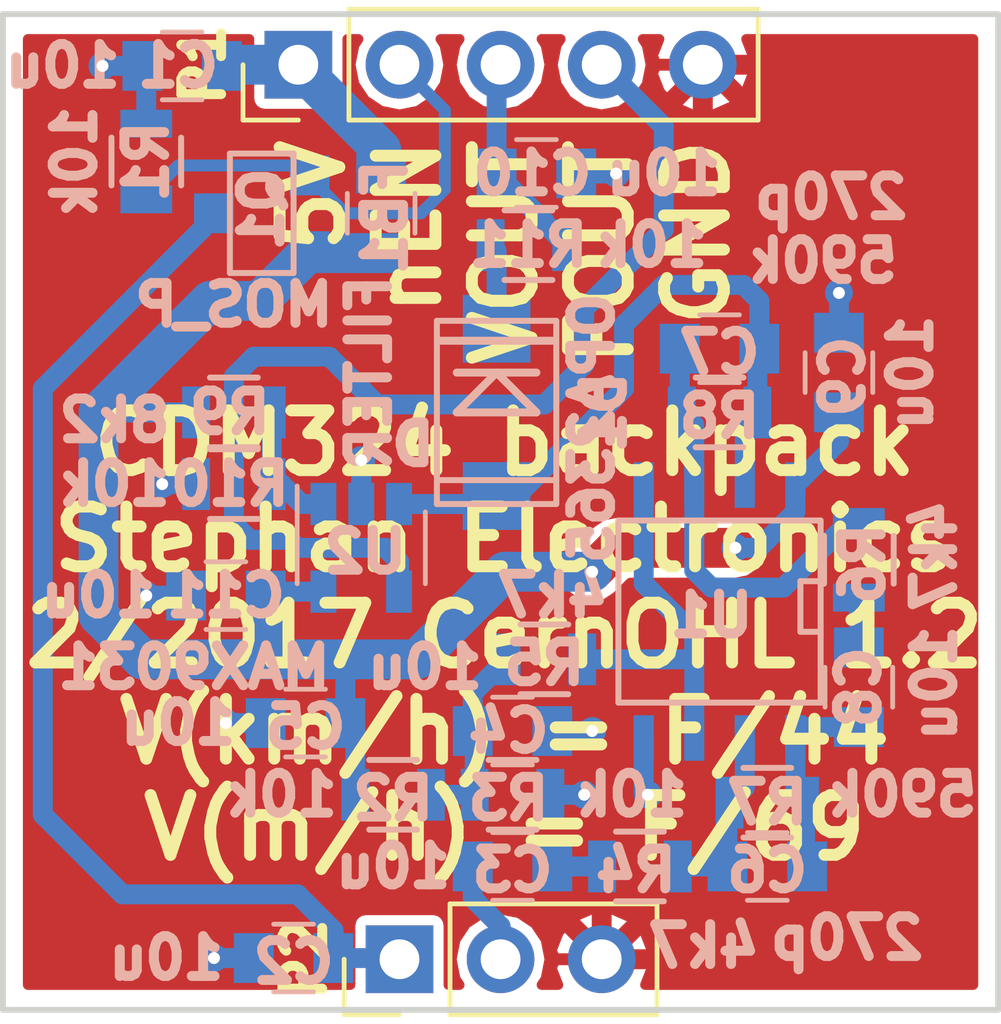
<source format=kicad_pcb>
(kicad_pcb (version 4) (host pcbnew 4.0.4-stable)

  (general
    (links 54)
    (no_connects 0)
    (area 99.895238 96.366666 137.325 125.555001)
    (thickness 1.6)
    (drawings 15)
    (tracks 178)
    (zones 0)
    (modules 29)
    (nets 19)
  )

  (page A4)
  (layers
    (0 F.Cu signal)
    (31 B.Cu signal)
    (32 B.Adhes user)
    (33 F.Adhes user)
    (34 B.Paste user)
    (35 F.Paste user)
    (36 B.SilkS user)
    (37 F.SilkS user)
    (38 B.Mask user)
    (39 F.Mask user)
    (40 Dwgs.User user)
    (41 Cmts.User user)
    (42 Eco1.User user hide)
    (43 Eco2.User user hide)
    (44 Edge.Cuts user)
    (45 Margin user)
    (46 B.CrtYd user hide)
    (47 F.CrtYd user hide)
    (48 B.Fab user hide)
    (49 F.Fab user hide)
  )

  (setup
    (last_trace_width 0.5)
    (user_trace_width 0.3)
    (user_trace_width 0.5)
    (user_trace_width 0.7)
    (user_trace_width 1)
    (trace_clearance 0.2)
    (zone_clearance 0.25)
    (zone_45_only no)
    (trace_min 0.2)
    (segment_width 0.2)
    (edge_width 0.15)
    (via_size 0.7)
    (via_drill 0.3)
    (via_min_size 0.7)
    (via_min_drill 0.3)
    (uvia_size 0.3)
    (uvia_drill 0.1)
    (uvias_allowed no)
    (uvia_min_size 0.2)
    (uvia_min_drill 0.1)
    (pcb_text_width 0.3)
    (pcb_text_size 1.5 1.5)
    (mod_edge_width 0.15)
    (mod_text_size 1 1)
    (mod_text_width 0.25)
    (pad_size 1.524 1.524)
    (pad_drill 0.762)
    (pad_to_mask_clearance 0.1)
    (solder_mask_min_width 0.2)
    (aux_axis_origin 0 0)
    (visible_elements 7FFDFFFF)
    (pcbplotparams
      (layerselection 0x010f0_80000001)
      (usegerberextensions true)
      (excludeedgelayer true)
      (linewidth 0.100000)
      (plotframeref false)
      (viasonmask false)
      (mode 1)
      (useauxorigin false)
      (hpglpennumber 1)
      (hpglpenspeed 20)
      (hpglpendiameter 15)
      (hpglpenoverlay 2)
      (psnegative false)
      (psa4output false)
      (plotreference false)
      (plotvalue true)
      (plotinvisibletext false)
      (padsonsilk false)
      (subtractmaskfromsilk false)
      (outputformat 1)
      (mirror false)
      (drillshape 0)
      (scaleselection 1)
      (outputdirectory gerbers))
  )

  (net 0 "")
  (net 1 +5V)
  (net 2 GND)
  (net 3 "Net-(C3-Pad1)")
  (net 4 "Net-(C3-Pad2)")
  (net 5 "Net-(C4-Pad1)")
  (net 6 "Net-(C6-Pad1)")
  (net 7 "Net-(C6-Pad2)")
  (net 8 "Net-(C7-Pad1)")
  (net 9 "Net-(C7-Pad2)")
  (net 10 "Net-(C8-Pad1)")
  (net 11 "Net-(D1-Pad1)")
  (net 12 "Net-(R5-Pad2)")
  (net 13 "Net-(R10-Pad1)")
  (net 14 "Net-(C11-Pad1)")
  (net 15 "Net-(C2-Pad1)")
  (net 16 /VOUT)
  (net 17 /nEN)
  (net 18 /FOUT)

  (net_class Default "This is the default net class."
    (clearance 0.2)
    (trace_width 0.2)
    (via_dia 0.7)
    (via_drill 0.3)
    (uvia_dia 0.3)
    (uvia_drill 0.1)
    (add_net +5V)
    (add_net /FOUT)
    (add_net /VOUT)
    (add_net /nEN)
    (add_net GND)
    (add_net "Net-(C11-Pad1)")
    (add_net "Net-(C2-Pad1)")
    (add_net "Net-(C3-Pad1)")
    (add_net "Net-(C3-Pad2)")
    (add_net "Net-(C4-Pad1)")
    (add_net "Net-(C6-Pad1)")
    (add_net "Net-(C6-Pad2)")
    (add_net "Net-(C7-Pad1)")
    (add_net "Net-(C7-Pad2)")
    (add_net "Net-(C8-Pad1)")
    (add_net "Net-(D1-Pad1)")
    (add_net "Net-(R10-Pad1)")
    (add_net "Net-(R5-Pad2)")
  )

  (module Capacitors_SMD:C_0805 (layer B.Cu) (tedit 58C2FD65) (tstamp 58A9ECEB)
    (at 104.5 101.3 180)
    (descr "Capacitor SMD 0805, reflow soldering, AVX (see smccp.pdf)")
    (tags "capacitor 0805")
    (path /58A973CC)
    (attr smd)
    (fp_text reference C1 (at 0.1 0 180) (layer B.SilkS)
      (effects (font (size 1 1) (thickness 0.25)) (justify mirror))
    )
    (fp_text value 10u (at 3 0 180) (layer B.SilkS)
      (effects (font (size 1 1) (thickness 0.25)) (justify mirror))
    )
    (fp_line (start -1 -0.625) (end -1 0.625) (layer B.Fab) (width 0.1))
    (fp_line (start 1 -0.625) (end -1 -0.625) (layer B.Fab) (width 0.1))
    (fp_line (start 1 0.625) (end 1 -0.625) (layer B.Fab) (width 0.1))
    (fp_line (start -1 0.625) (end 1 0.625) (layer B.Fab) (width 0.1))
    (fp_line (start -1.8 1) (end 1.8 1) (layer B.CrtYd) (width 0.05))
    (fp_line (start -1.8 -1) (end 1.8 -1) (layer B.CrtYd) (width 0.05))
    (fp_line (start -1.8 1) (end -1.8 -1) (layer B.CrtYd) (width 0.05))
    (fp_line (start 1.8 1) (end 1.8 -1) (layer B.CrtYd) (width 0.05))
    (fp_line (start 0.5 0.85) (end -0.5 0.85) (layer B.SilkS) (width 0.12))
    (fp_line (start -0.5 -0.85) (end 0.5 -0.85) (layer B.SilkS) (width 0.12))
    (pad 1 smd rect (at -1 0 180) (size 1 1.25) (layers B.Cu B.Paste B.Mask)
      (net 1 +5V))
    (pad 2 smd rect (at 1 0 180) (size 1 1.25) (layers B.Cu B.Paste B.Mask)
      (net 2 GND))
    (model Capacitors_SMD.3dshapes/C_0805.wrl
      (at (xyz 0 0 0))
      (scale (xyz 1 1 1))
      (rotate (xyz 0 0 0))
    )
  )

  (module Capacitors_SMD:C_0805 (layer B.Cu) (tedit 58C1BCA1) (tstamp 58A9ECF1)
    (at 107.3 123.7 180)
    (descr "Capacitor SMD 0805, reflow soldering, AVX (see smccp.pdf)")
    (tags "capacitor 0805")
    (path /58A977FA)
    (attr smd)
    (fp_text reference C2 (at 0 -0.1 180) (layer B.SilkS)
      (effects (font (size 1 1) (thickness 0.25)) (justify mirror))
    )
    (fp_text value 10u (at 3.2 0 180) (layer B.SilkS)
      (effects (font (size 1 1) (thickness 0.25)) (justify mirror))
    )
    (fp_line (start -1 -0.625) (end -1 0.625) (layer B.Fab) (width 0.1))
    (fp_line (start 1 -0.625) (end -1 -0.625) (layer B.Fab) (width 0.1))
    (fp_line (start 1 0.625) (end 1 -0.625) (layer B.Fab) (width 0.1))
    (fp_line (start -1 0.625) (end 1 0.625) (layer B.Fab) (width 0.1))
    (fp_line (start -1.8 1) (end 1.8 1) (layer B.CrtYd) (width 0.05))
    (fp_line (start -1.8 -1) (end 1.8 -1) (layer B.CrtYd) (width 0.05))
    (fp_line (start -1.8 1) (end -1.8 -1) (layer B.CrtYd) (width 0.05))
    (fp_line (start 1.8 1) (end 1.8 -1) (layer B.CrtYd) (width 0.05))
    (fp_line (start 0.5 0.85) (end -0.5 0.85) (layer B.SilkS) (width 0.12))
    (fp_line (start -0.5 -0.85) (end 0.5 -0.85) (layer B.SilkS) (width 0.12))
    (pad 1 smd rect (at -1 0 180) (size 1 1.25) (layers B.Cu B.Paste B.Mask)
      (net 15 "Net-(C2-Pad1)"))
    (pad 2 smd rect (at 1 0 180) (size 1 1.25) (layers B.Cu B.Paste B.Mask)
      (net 2 GND))
    (model Capacitors_SMD.3dshapes/C_0805.wrl
      (at (xyz 0 0 0))
      (scale (xyz 1 1 1))
      (rotate (xyz 0 0 0))
    )
  )

  (module Capacitors_SMD:C_0805 (layer B.Cu) (tedit 58C1BC9B) (tstamp 58A9ECF7)
    (at 112.8 121.4)
    (descr "Capacitor SMD 0805, reflow soldering, AVX (see smccp.pdf)")
    (tags "capacitor 0805")
    (path /58A969C4)
    (attr smd)
    (fp_text reference C3 (at 0 0.1) (layer B.SilkS)
      (effects (font (size 1 1) (thickness 0.25)) (justify mirror))
    )
    (fp_text value 10u (at -3 0) (layer B.SilkS)
      (effects (font (size 1 1) (thickness 0.25)) (justify mirror))
    )
    (fp_line (start -1 -0.625) (end -1 0.625) (layer B.Fab) (width 0.1))
    (fp_line (start 1 -0.625) (end -1 -0.625) (layer B.Fab) (width 0.1))
    (fp_line (start 1 0.625) (end 1 -0.625) (layer B.Fab) (width 0.1))
    (fp_line (start -1 0.625) (end 1 0.625) (layer B.Fab) (width 0.1))
    (fp_line (start -1.8 1) (end 1.8 1) (layer B.CrtYd) (width 0.05))
    (fp_line (start -1.8 -1) (end 1.8 -1) (layer B.CrtYd) (width 0.05))
    (fp_line (start -1.8 1) (end -1.8 -1) (layer B.CrtYd) (width 0.05))
    (fp_line (start 1.8 1) (end 1.8 -1) (layer B.CrtYd) (width 0.05))
    (fp_line (start 0.5 0.85) (end -0.5 0.85) (layer B.SilkS) (width 0.12))
    (fp_line (start -0.5 -0.85) (end 0.5 -0.85) (layer B.SilkS) (width 0.12))
    (pad 1 smd rect (at -1 0) (size 1 1.25) (layers B.Cu B.Paste B.Mask)
      (net 3 "Net-(C3-Pad1)"))
    (pad 2 smd rect (at 1 0) (size 1 1.25) (layers B.Cu B.Paste B.Mask)
      (net 4 "Net-(C3-Pad2)"))
    (model Capacitors_SMD.3dshapes/C_0805.wrl
      (at (xyz 0 0 0))
      (scale (xyz 1 1 1))
      (rotate (xyz 0 0 0))
    )
  )

  (module Capacitors_SMD:C_0805 (layer B.Cu) (tedit 58C1BC94) (tstamp 58A9ECFD)
    (at 112.8 118)
    (descr "Capacitor SMD 0805, reflow soldering, AVX (see smccp.pdf)")
    (tags "capacitor 0805")
    (path /58A971B9)
    (attr smd)
    (fp_text reference C4 (at -0.1 0) (layer B.SilkS)
      (effects (font (size 1 1) (thickness 0.25)) (justify mirror))
    )
    (fp_text value 10u (at -2.2 -1.6) (layer B.SilkS)
      (effects (font (size 1 1) (thickness 0.25)) (justify mirror))
    )
    (fp_line (start -1 -0.625) (end -1 0.625) (layer B.Fab) (width 0.1))
    (fp_line (start 1 -0.625) (end -1 -0.625) (layer B.Fab) (width 0.1))
    (fp_line (start 1 0.625) (end 1 -0.625) (layer B.Fab) (width 0.1))
    (fp_line (start -1 0.625) (end 1 0.625) (layer B.Fab) (width 0.1))
    (fp_line (start -1.8 1) (end 1.8 1) (layer B.CrtYd) (width 0.05))
    (fp_line (start -1.8 -1) (end 1.8 -1) (layer B.CrtYd) (width 0.05))
    (fp_line (start -1.8 1) (end -1.8 -1) (layer B.CrtYd) (width 0.05))
    (fp_line (start 1.8 1) (end 1.8 -1) (layer B.CrtYd) (width 0.05))
    (fp_line (start 0.5 0.85) (end -0.5 0.85) (layer B.SilkS) (width 0.12))
    (fp_line (start -0.5 -0.85) (end 0.5 -0.85) (layer B.SilkS) (width 0.12))
    (pad 1 smd rect (at -1 0) (size 1 1.25) (layers B.Cu B.Paste B.Mask)
      (net 5 "Net-(C4-Pad1)"))
    (pad 2 smd rect (at 1 0) (size 1 1.25) (layers B.Cu B.Paste B.Mask)
      (net 2 GND))
    (model Capacitors_SMD.3dshapes/C_0805.wrl
      (at (xyz 0 0 0))
      (scale (xyz 1 1 1))
      (rotate (xyz 0 0 0))
    )
  )

  (module Capacitors_SMD:C_0805 (layer B.Cu) (tedit 58C1BCA4) (tstamp 58A9ED03)
    (at 107.6 117.8 180)
    (descr "Capacitor SMD 0805, reflow soldering, AVX (see smccp.pdf)")
    (tags "capacitor 0805")
    (path /58A9A1BB)
    (attr smd)
    (fp_text reference C5 (at 0 -0.1 180) (layer B.SilkS)
      (effects (font (size 1 1) (thickness 0.25)) (justify mirror))
    )
    (fp_text value 10u (at 3.2 0 180) (layer B.SilkS)
      (effects (font (size 1 1) (thickness 0.25)) (justify mirror))
    )
    (fp_line (start -1 -0.625) (end -1 0.625) (layer B.Fab) (width 0.1))
    (fp_line (start 1 -0.625) (end -1 -0.625) (layer B.Fab) (width 0.1))
    (fp_line (start 1 0.625) (end 1 -0.625) (layer B.Fab) (width 0.1))
    (fp_line (start -1 0.625) (end 1 0.625) (layer B.Fab) (width 0.1))
    (fp_line (start -1.8 1) (end 1.8 1) (layer B.CrtYd) (width 0.05))
    (fp_line (start -1.8 -1) (end 1.8 -1) (layer B.CrtYd) (width 0.05))
    (fp_line (start -1.8 1) (end -1.8 -1) (layer B.CrtYd) (width 0.05))
    (fp_line (start 1.8 1) (end 1.8 -1) (layer B.CrtYd) (width 0.05))
    (fp_line (start 0.5 0.85) (end -0.5 0.85) (layer B.SilkS) (width 0.12))
    (fp_line (start -0.5 -0.85) (end 0.5 -0.85) (layer B.SilkS) (width 0.12))
    (pad 1 smd rect (at -1 0 180) (size 1 1.25) (layers B.Cu B.Paste B.Mask)
      (net 14 "Net-(C11-Pad1)"))
    (pad 2 smd rect (at 1 0 180) (size 1 1.25) (layers B.Cu B.Paste B.Mask)
      (net 2 GND))
    (model Capacitors_SMD.3dshapes/C_0805.wrl
      (at (xyz 0 0 0))
      (scale (xyz 1 1 1))
      (rotate (xyz 0 0 0))
    )
  )

  (module Capacitors_SMD:C_0805 (layer B.Cu) (tedit 58C1BC88) (tstamp 58A9ED09)
    (at 119.2 121.4)
    (descr "Capacitor SMD 0805, reflow soldering, AVX (see smccp.pdf)")
    (tags "capacitor 0805")
    (path /58A96CA5)
    (attr smd)
    (fp_text reference C6 (at 0 0.1) (layer B.SilkS)
      (effects (font (size 1 1) (thickness 0.25)) (justify mirror))
    )
    (fp_text value 270p (at 2 1.8) (layer B.SilkS)
      (effects (font (size 1 1) (thickness 0.25)) (justify mirror))
    )
    (fp_line (start -1 -0.625) (end -1 0.625) (layer B.Fab) (width 0.1))
    (fp_line (start 1 -0.625) (end -1 -0.625) (layer B.Fab) (width 0.1))
    (fp_line (start 1 0.625) (end 1 -0.625) (layer B.Fab) (width 0.1))
    (fp_line (start -1 0.625) (end 1 0.625) (layer B.Fab) (width 0.1))
    (fp_line (start -1.8 1) (end 1.8 1) (layer B.CrtYd) (width 0.05))
    (fp_line (start -1.8 -1) (end 1.8 -1) (layer B.CrtYd) (width 0.05))
    (fp_line (start -1.8 1) (end -1.8 -1) (layer B.CrtYd) (width 0.05))
    (fp_line (start 1.8 1) (end 1.8 -1) (layer B.CrtYd) (width 0.05))
    (fp_line (start 0.5 0.85) (end -0.5 0.85) (layer B.SilkS) (width 0.12))
    (fp_line (start -0.5 -0.85) (end 0.5 -0.85) (layer B.SilkS) (width 0.12))
    (pad 1 smd rect (at -1 0) (size 1 1.25) (layers B.Cu B.Paste B.Mask)
      (net 6 "Net-(C6-Pad1)"))
    (pad 2 smd rect (at 1 0) (size 1 1.25) (layers B.Cu B.Paste B.Mask)
      (net 7 "Net-(C6-Pad2)"))
    (model Capacitors_SMD.3dshapes/C_0805.wrl
      (at (xyz 0 0 0))
      (scale (xyz 1 1 1))
      (rotate (xyz 0 0 0))
    )
  )

  (module Capacitors_SMD:C_0805 (layer B.Cu) (tedit 58C1BC72) (tstamp 58A9ED0F)
    (at 118 108.4)
    (descr "Capacitor SMD 0805, reflow soldering, AVX (see smccp.pdf)")
    (tags "capacitor 0805")
    (path /58A99245)
    (attr smd)
    (fp_text reference C7 (at 0 0.1) (layer B.SilkS)
      (effects (font (size 1 1) (thickness 0.25)) (justify mirror))
    )
    (fp_text value 270p (at 2.8 -3.8) (layer B.SilkS)
      (effects (font (size 1 1) (thickness 0.25)) (justify mirror))
    )
    (fp_line (start -1 -0.625) (end -1 0.625) (layer B.Fab) (width 0.1))
    (fp_line (start 1 -0.625) (end -1 -0.625) (layer B.Fab) (width 0.1))
    (fp_line (start 1 0.625) (end 1 -0.625) (layer B.Fab) (width 0.1))
    (fp_line (start -1 0.625) (end 1 0.625) (layer B.Fab) (width 0.1))
    (fp_line (start -1.8 1) (end 1.8 1) (layer B.CrtYd) (width 0.05))
    (fp_line (start -1.8 -1) (end 1.8 -1) (layer B.CrtYd) (width 0.05))
    (fp_line (start -1.8 1) (end -1.8 -1) (layer B.CrtYd) (width 0.05))
    (fp_line (start 1.8 1) (end 1.8 -1) (layer B.CrtYd) (width 0.05))
    (fp_line (start 0.5 0.85) (end -0.5 0.85) (layer B.SilkS) (width 0.12))
    (fp_line (start -0.5 -0.85) (end 0.5 -0.85) (layer B.SilkS) (width 0.12))
    (pad 1 smd rect (at -1 0) (size 1 1.25) (layers B.Cu B.Paste B.Mask)
      (net 8 "Net-(C7-Pad1)"))
    (pad 2 smd rect (at 1 0) (size 1 1.25) (layers B.Cu B.Paste B.Mask)
      (net 9 "Net-(C7-Pad2)"))
    (model Capacitors_SMD.3dshapes/C_0805.wrl
      (at (xyz 0 0 0))
      (scale (xyz 1 1 1))
      (rotate (xyz 0 0 0))
    )
  )

  (module Capacitors_SMD:C_0805 (layer B.Cu) (tedit 58C2FD9A) (tstamp 58A9ED15)
    (at 121.5 116.9 270)
    (descr "Capacitor SMD 0805, reflow soldering, AVX (see smccp.pdf)")
    (tags "capacitor 0805")
    (path /58A98CBE)
    (attr smd)
    (fp_text reference C8 (at 0 0 270) (layer B.SilkS)
      (effects (font (size 1 1) (thickness 0.25)) (justify mirror))
    )
    (fp_text value 10u (at -0.1 -1.9 270) (layer B.SilkS)
      (effects (font (size 1 1) (thickness 0.25)) (justify mirror))
    )
    (fp_line (start -1 -0.625) (end -1 0.625) (layer B.Fab) (width 0.1))
    (fp_line (start 1 -0.625) (end -1 -0.625) (layer B.Fab) (width 0.1))
    (fp_line (start 1 0.625) (end 1 -0.625) (layer B.Fab) (width 0.1))
    (fp_line (start -1 0.625) (end 1 0.625) (layer B.Fab) (width 0.1))
    (fp_line (start -1.8 1) (end 1.8 1) (layer B.CrtYd) (width 0.05))
    (fp_line (start -1.8 -1) (end 1.8 -1) (layer B.CrtYd) (width 0.05))
    (fp_line (start -1.8 1) (end -1.8 -1) (layer B.CrtYd) (width 0.05))
    (fp_line (start 1.8 1) (end 1.8 -1) (layer B.CrtYd) (width 0.05))
    (fp_line (start 0.5 0.85) (end -0.5 0.85) (layer B.SilkS) (width 0.12))
    (fp_line (start -0.5 -0.85) (end 0.5 -0.85) (layer B.SilkS) (width 0.12))
    (pad 1 smd rect (at -1 0 270) (size 1 1.25) (layers B.Cu B.Paste B.Mask)
      (net 10 "Net-(C8-Pad1)"))
    (pad 2 smd rect (at 1 0 270) (size 1 1.25) (layers B.Cu B.Paste B.Mask)
      (net 7 "Net-(C6-Pad2)"))
    (model Capacitors_SMD.3dshapes/C_0805.wrl
      (at (xyz 0 0 0))
      (scale (xyz 1 1 1))
      (rotate (xyz 0 0 0))
    )
  )

  (module Capacitors_SMD:C_0805 (layer B.Cu) (tedit 58C1BC75) (tstamp 58A9ED1B)
    (at 121 109 90)
    (descr "Capacitor SMD 0805, reflow soldering, AVX (see smccp.pdf)")
    (tags "capacitor 0805")
    (path /58A9A56B)
    (attr smd)
    (fp_text reference C9 (at -0.1 0.1 90) (layer B.SilkS)
      (effects (font (size 1 1) (thickness 0.25)) (justify mirror))
    )
    (fp_text value 10u (at 0 1.8 90) (layer B.SilkS)
      (effects (font (size 1 1) (thickness 0.25)) (justify mirror))
    )
    (fp_line (start -1 -0.625) (end -1 0.625) (layer B.Fab) (width 0.1))
    (fp_line (start 1 -0.625) (end -1 -0.625) (layer B.Fab) (width 0.1))
    (fp_line (start 1 0.625) (end 1 -0.625) (layer B.Fab) (width 0.1))
    (fp_line (start -1 0.625) (end 1 0.625) (layer B.Fab) (width 0.1))
    (fp_line (start -1.8 1) (end 1.8 1) (layer B.CrtYd) (width 0.05))
    (fp_line (start -1.8 -1) (end 1.8 -1) (layer B.CrtYd) (width 0.05))
    (fp_line (start -1.8 1) (end -1.8 -1) (layer B.CrtYd) (width 0.05))
    (fp_line (start 1.8 1) (end 1.8 -1) (layer B.CrtYd) (width 0.05))
    (fp_line (start 0.5 0.85) (end -0.5 0.85) (layer B.SilkS) (width 0.12))
    (fp_line (start -0.5 -0.85) (end 0.5 -0.85) (layer B.SilkS) (width 0.12))
    (pad 1 smd rect (at -1 0 90) (size 1 1.25) (layers B.Cu B.Paste B.Mask)
      (net 14 "Net-(C11-Pad1)"))
    (pad 2 smd rect (at 1 0 90) (size 1 1.25) (layers B.Cu B.Paste B.Mask)
      (net 2 GND))
    (model Capacitors_SMD.3dshapes/C_0805.wrl
      (at (xyz 0 0 0))
      (scale (xyz 1 1 1))
      (rotate (xyz 0 0 0))
    )
  )

  (module Capacitors_SMD:C_0805 (layer B.Cu) (tedit 58C1BC4B) (tstamp 58A9ED21)
    (at 113.4 104)
    (descr "Capacitor SMD 0805, reflow soldering, AVX (see smccp.pdf)")
    (tags "capacitor 0805")
    (path /58A9C1C9)
    (attr smd)
    (fp_text reference C10 (at -0.1 0) (layer B.SilkS)
      (effects (font (size 1 1) (thickness 0.25)) (justify mirror))
    )
    (fp_text value 10u (at 3.2 0) (layer B.SilkS)
      (effects (font (size 1 1) (thickness 0.25)) (justify mirror))
    )
    (fp_line (start -1 -0.625) (end -1 0.625) (layer B.Fab) (width 0.1))
    (fp_line (start 1 -0.625) (end -1 -0.625) (layer B.Fab) (width 0.1))
    (fp_line (start 1 0.625) (end 1 -0.625) (layer B.Fab) (width 0.1))
    (fp_line (start -1 0.625) (end 1 0.625) (layer B.Fab) (width 0.1))
    (fp_line (start -1.8 1) (end 1.8 1) (layer B.CrtYd) (width 0.05))
    (fp_line (start -1.8 -1) (end 1.8 -1) (layer B.CrtYd) (width 0.05))
    (fp_line (start -1.8 1) (end -1.8 -1) (layer B.CrtYd) (width 0.05))
    (fp_line (start 1.8 1) (end 1.8 -1) (layer B.CrtYd) (width 0.05))
    (fp_line (start 0.5 0.85) (end -0.5 0.85) (layer B.SilkS) (width 0.12))
    (fp_line (start -0.5 -0.85) (end 0.5 -0.85) (layer B.SilkS) (width 0.12))
    (pad 1 smd rect (at -1 0) (size 1 1.25) (layers B.Cu B.Paste B.Mask)
      (net 16 /VOUT))
    (pad 2 smd rect (at 1 0) (size 1 1.25) (layers B.Cu B.Paste B.Mask)
      (net 2 GND))
    (model Capacitors_SMD.3dshapes/C_0805.wrl
      (at (xyz 0 0 0))
      (scale (xyz 1 1 1))
      (rotate (xyz 0 0 0))
    )
  )

  (module Capacitors_SMD:C_0805 (layer B.Cu) (tedit 58C1BC62) (tstamp 58A9ED27)
    (at 105.6 114.6 180)
    (descr "Capacitor SMD 0805, reflow soldering, AVX (see smccp.pdf)")
    (tags "capacitor 0805")
    (path /58A9BB0B)
    (attr smd)
    (fp_text reference C11 (at 0 0 180) (layer B.SilkS)
      (effects (font (size 1 1) (thickness 0.25)) (justify mirror))
    )
    (fp_text value 10u (at 3.2 0 180) (layer B.SilkS)
      (effects (font (size 1 1) (thickness 0.25)) (justify mirror))
    )
    (fp_line (start -1 -0.625) (end -1 0.625) (layer B.Fab) (width 0.1))
    (fp_line (start 1 -0.625) (end -1 -0.625) (layer B.Fab) (width 0.1))
    (fp_line (start 1 0.625) (end 1 -0.625) (layer B.Fab) (width 0.1))
    (fp_line (start -1 0.625) (end 1 0.625) (layer B.Fab) (width 0.1))
    (fp_line (start -1.8 1) (end 1.8 1) (layer B.CrtYd) (width 0.05))
    (fp_line (start -1.8 -1) (end 1.8 -1) (layer B.CrtYd) (width 0.05))
    (fp_line (start -1.8 1) (end -1.8 -1) (layer B.CrtYd) (width 0.05))
    (fp_line (start 1.8 1) (end 1.8 -1) (layer B.CrtYd) (width 0.05))
    (fp_line (start 0.5 0.85) (end -0.5 0.85) (layer B.SilkS) (width 0.12))
    (fp_line (start -0.5 -0.85) (end 0.5 -0.85) (layer B.SilkS) (width 0.12))
    (pad 1 smd rect (at -1 0 180) (size 1 1.25) (layers B.Cu B.Paste B.Mask)
      (net 14 "Net-(C11-Pad1)"))
    (pad 2 smd rect (at 1 0 180) (size 1 1.25) (layers B.Cu B.Paste B.Mask)
      (net 2 GND))
    (model Capacitors_SMD.3dshapes/C_0805.wrl
      (at (xyz 0 0 0))
      (scale (xyz 1 1 1))
      (rotate (xyz 0 0 0))
    )
  )

  (module limpkins_lib:DIODE_SMA (layer B.Cu) (tedit 58C2FD82) (tstamp 58A9ED2D)
    (at 112.4 110 270)
    (path /58A9BE67)
    (fp_text reference D1 (at 0 -2.7 270) (layer B.SilkS)
      (effects (font (size 1 1) (thickness 0.25)) (justify mirror))
    )
    (fp_text value D (at 0.8 2.1 360) (layer B.SilkS)
      (effects (font (size 1 1) (thickness 0.25)) (justify mirror))
    )
    (fp_line (start 1.7 1.5) (end 1.7 -1.5) (layer B.SilkS) (width 0.15))
    (fp_line (start -2.3 1.5) (end 2.3 1.5) (layer B.SilkS) (width 0.15))
    (fp_line (start 2.3 1.5) (end 2.3 -1.5) (layer B.SilkS) (width 0.15))
    (fp_line (start 2.3 -1.5) (end -2.3 -1.5) (layer B.SilkS) (width 0.15))
    (fp_line (start -2.3 -1.5) (end -2.3 1.5) (layer B.SilkS) (width 0.15))
    (pad 1 smd rect (at -2.1 0 270) (size 1.7 1.7) (layers B.Cu B.Paste B.Mask)
      (net 11 "Net-(D1-Pad1)"))
    (pad 2 smd rect (at 2.1 0 270) (size 1.7 1.7) (layers B.Cu B.Paste B.Mask)
      (net 9 "Net-(C7-Pad2)"))
  )

  (module Capacitors_SMD:C_0805 (layer B.Cu) (tedit 58C2FD7F) (tstamp 58A9ED33)
    (at 109.5 105 270)
    (descr "Capacitor SMD 0805, reflow soldering, AVX (see smccp.pdf)")
    (tags "capacitor 0805")
    (path /58A96286)
    (attr smd)
    (fp_text reference FB1 (at 0.1 -0.1 270) (layer B.SilkS)
      (effects (font (size 1 1) (thickness 0.25)) (justify mirror))
    )
    (fp_text value FILTER (at 4 0.3 270) (layer B.SilkS)
      (effects (font (size 1 1) (thickness 0.25)) (justify mirror))
    )
    (fp_line (start -1 -0.625) (end -1 0.625) (layer B.Fab) (width 0.1))
    (fp_line (start 1 -0.625) (end -1 -0.625) (layer B.Fab) (width 0.1))
    (fp_line (start 1 0.625) (end 1 -0.625) (layer B.Fab) (width 0.1))
    (fp_line (start -1 0.625) (end 1 0.625) (layer B.Fab) (width 0.1))
    (fp_line (start -1.8 1) (end 1.8 1) (layer B.CrtYd) (width 0.05))
    (fp_line (start -1.8 -1) (end 1.8 -1) (layer B.CrtYd) (width 0.05))
    (fp_line (start -1.8 1) (end -1.8 -1) (layer B.CrtYd) (width 0.05))
    (fp_line (start 1.8 1) (end 1.8 -1) (layer B.CrtYd) (width 0.05))
    (fp_line (start 0.5 0.85) (end -0.5 0.85) (layer B.SilkS) (width 0.12))
    (fp_line (start -0.5 -0.85) (end 0.5 -0.85) (layer B.SilkS) (width 0.12))
    (pad 1 smd rect (at -1 0 270) (size 1 1.25) (layers B.Cu B.Paste B.Mask)
      (net 1 +5V))
    (pad 2 smd rect (at 1 0 270) (size 1 1.25) (layers B.Cu B.Paste B.Mask)
      (net 14 "Net-(C11-Pad1)"))
    (model Capacitors_SMD.3dshapes/C_0805.wrl
      (at (xyz 0 0 0))
      (scale (xyz 1 1 1))
      (rotate (xyz 0 0 0))
    )
  )

  (module Pin_Headers:Pin_Header_Straight_1x05_Pitch2.54mm locked (layer F.Cu) (tedit 58AA05A8) (tstamp 58A9ED3C)
    (at 107.42 101.27 90)
    (descr "Through hole straight pin header, 1x05, 2.54mm pitch, single row")
    (tags "Through hole pin header THT 1x05 2.54mm single row")
    (path /58AA16BE)
    (fp_text reference P1 (at 0 -2.39 90) (layer F.SilkS)
      (effects (font (size 1 1) (thickness 0.25)))
    )
    (fp_text value CONN_01X05 (at -0.13 23.78 90) (layer Dwgs.User) hide
      (effects (font (size 1 1) (thickness 0.25)))
    )
    (fp_line (start -1.27 -1.27) (end -1.27 11.43) (layer F.Fab) (width 0.1))
    (fp_line (start -1.27 11.43) (end 1.27 11.43) (layer F.Fab) (width 0.1))
    (fp_line (start 1.27 11.43) (end 1.27 -1.27) (layer F.Fab) (width 0.1))
    (fp_line (start 1.27 -1.27) (end -1.27 -1.27) (layer F.Fab) (width 0.1))
    (fp_line (start -1.39 1.27) (end -1.39 11.55) (layer F.SilkS) (width 0.12))
    (fp_line (start -1.39 11.55) (end 1.39 11.55) (layer F.SilkS) (width 0.12))
    (fp_line (start 1.39 11.55) (end 1.39 1.27) (layer F.SilkS) (width 0.12))
    (fp_line (start 1.39 1.27) (end -1.39 1.27) (layer F.SilkS) (width 0.12))
    (fp_line (start -1.39 0) (end -1.39 -1.39) (layer F.SilkS) (width 0.12))
    (fp_line (start -1.39 -1.39) (end 0 -1.39) (layer F.SilkS) (width 0.12))
    (fp_line (start -1.6 -1.6) (end -1.6 11.7) (layer F.CrtYd) (width 0.05))
    (fp_line (start -1.6 11.7) (end 1.6 11.7) (layer F.CrtYd) (width 0.05))
    (fp_line (start 1.6 11.7) (end 1.6 -1.6) (layer F.CrtYd) (width 0.05))
    (fp_line (start 1.6 -1.6) (end -1.6 -1.6) (layer F.CrtYd) (width 0.05))
    (pad 1 thru_hole rect (at 0 0 90) (size 1.7 1.7) (drill 1) (layers *.Cu *.Mask)
      (net 1 +5V))
    (pad 2 thru_hole oval (at 0 2.54 90) (size 1.7 1.7) (drill 1) (layers *.Cu *.Mask)
      (net 17 /nEN))
    (pad 3 thru_hole oval (at 0 5.08 90) (size 1.7 1.7) (drill 1) (layers *.Cu *.Mask)
      (net 16 /VOUT))
    (pad 4 thru_hole oval (at 0 7.62 90) (size 1.7 1.7) (drill 1) (layers *.Cu *.Mask)
      (net 18 /FOUT))
    (pad 5 thru_hole oval (at 0 10.16 90) (size 1.7 1.7) (drill 1) (layers *.Cu *.Mask)
      (net 2 GND))
    (model Pin_Headers.3dshapes/Pin_Header_Straight_1x05_Pitch2.54mm.wrl
      (at (xyz 0 -0.2 0))
      (scale (xyz 1 1 1))
      (rotate (xyz 0 0 90))
    )
  )

  (module Pin_Headers:Pin_Header_Straight_1x03_Pitch2.54mm locked (layer F.Cu) (tedit 58AA05A3) (tstamp 58A9ED43)
    (at 109.96 123.73 90)
    (descr "Through hole straight pin header, 1x03, 2.54mm pitch, single row")
    (tags "Through hole pin header THT 1x03 2.54mm single row")
    (path /58A96710)
    (fp_text reference P2 (at 0 -2.39 90) (layer F.SilkS)
      (effects (font (size 1 1) (thickness 0.25)))
    )
    (fp_text value CONN_01X03 (at 4.73 26.24 90) (layer Dwgs.User) hide
      (effects (font (size 1 1) (thickness 0.25)))
    )
    (fp_line (start -1.27 -1.27) (end -1.27 6.35) (layer F.Fab) (width 0.1))
    (fp_line (start -1.27 6.35) (end 1.27 6.35) (layer F.Fab) (width 0.1))
    (fp_line (start 1.27 6.35) (end 1.27 -1.27) (layer F.Fab) (width 0.1))
    (fp_line (start 1.27 -1.27) (end -1.27 -1.27) (layer F.Fab) (width 0.1))
    (fp_line (start -1.39 1.27) (end -1.39 6.47) (layer F.SilkS) (width 0.12))
    (fp_line (start -1.39 6.47) (end 1.39 6.47) (layer F.SilkS) (width 0.12))
    (fp_line (start 1.39 6.47) (end 1.39 1.27) (layer F.SilkS) (width 0.12))
    (fp_line (start 1.39 1.27) (end -1.39 1.27) (layer F.SilkS) (width 0.12))
    (fp_line (start -1.39 0) (end -1.39 -1.39) (layer F.SilkS) (width 0.12))
    (fp_line (start -1.39 -1.39) (end 0 -1.39) (layer F.SilkS) (width 0.12))
    (fp_line (start -1.6 -1.6) (end -1.6 6.6) (layer F.CrtYd) (width 0.05))
    (fp_line (start -1.6 6.6) (end 1.6 6.6) (layer F.CrtYd) (width 0.05))
    (fp_line (start 1.6 6.6) (end 1.6 -1.6) (layer F.CrtYd) (width 0.05))
    (fp_line (start 1.6 -1.6) (end -1.6 -1.6) (layer F.CrtYd) (width 0.05))
    (pad 1 thru_hole rect (at 0 0 90) (size 1.7 1.7) (drill 1) (layers *.Cu *.Mask)
      (net 15 "Net-(C2-Pad1)"))
    (pad 2 thru_hole oval (at 0 2.54 90) (size 1.7 1.7) (drill 1) (layers *.Cu *.Mask)
      (net 3 "Net-(C3-Pad1)"))
    (pad 3 thru_hole oval (at 0 5.08 90) (size 1.7 1.7) (drill 1) (layers *.Cu *.Mask)
      (net 2 GND))
    (model Pin_Headers.3dshapes/Pin_Header_Straight_1x03_Pitch2.54mm.wrl
      (at (xyz 0 -0.1 0))
      (scale (xyz 1 1 1))
      (rotate (xyz 0 0 90))
    )
  )

  (module _kicad4_lib:SOT23-3 (layer B.Cu) (tedit 58C2FD62) (tstamp 58A9ED4A)
    (at 106.5 105 270)
    (path /58AAD4EE)
    (fp_text reference Q1 (at -0.1 0 270) (layer B.SilkS)
      (effects (font (size 1 1) (thickness 0.25)) (justify mirror))
    )
    (fp_text value MOS_P (at 2.3 0.7 360) (layer B.SilkS)
      (effects (font (size 1 1) (thickness 0.25)) (justify mirror))
    )
    (fp_line (start -1.5 0.8) (end 1.5 0.8) (layer B.SilkS) (width 0.15))
    (fp_line (start 1.5 0.8) (end 1.5 -0.8) (layer B.SilkS) (width 0.15))
    (fp_line (start 1.5 -0.8) (end -1.5 -0.8) (layer B.SilkS) (width 0.15))
    (fp_line (start -1.5 -0.8) (end -1.5 0.8) (layer B.SilkS) (width 0.15))
    (pad 1 smd rect (at -0.95 -1.2 270) (size 1 1) (layers B.Cu B.Paste B.Mask)
      (net 17 /nEN))
    (pad 2 smd rect (at 0.95 -1.2 270) (size 1 1) (layers B.Cu B.Paste B.Mask)
      (net 14 "Net-(C11-Pad1)"))
    (pad 3 smd rect (at 0 1.2 270) (size 1 1) (layers B.Cu B.Paste B.Mask)
      (net 15 "Net-(C2-Pad1)"))
  )

  (module Resistors_SMD:R_0805 (layer B.Cu) (tedit 58C2FD42) (tstamp 58A9ED50)
    (at 103.6 103.7 90)
    (descr "Resistor SMD 0805, reflow soldering, Vishay (see dcrcw.pdf)")
    (tags "resistor 0805")
    (path /58AA051C)
    (attr smd)
    (fp_text reference R1 (at 0 0 90) (layer B.SilkS)
      (effects (font (size 1 1) (thickness 0.25)) (justify mirror))
    )
    (fp_text value 10k (at 0 -1.8 90) (layer B.SilkS)
      (effects (font (size 1 1) (thickness 0.25)) (justify mirror))
    )
    (fp_line (start -1 -0.625) (end -1 0.625) (layer B.Fab) (width 0.1))
    (fp_line (start 1 -0.625) (end -1 -0.625) (layer B.Fab) (width 0.1))
    (fp_line (start 1 0.625) (end 1 -0.625) (layer B.Fab) (width 0.1))
    (fp_line (start -1 0.625) (end 1 0.625) (layer B.Fab) (width 0.1))
    (fp_line (start -1.6 1) (end 1.6 1) (layer B.CrtYd) (width 0.05))
    (fp_line (start -1.6 -1) (end 1.6 -1) (layer B.CrtYd) (width 0.05))
    (fp_line (start -1.6 1) (end -1.6 -1) (layer B.CrtYd) (width 0.05))
    (fp_line (start 1.6 1) (end 1.6 -1) (layer B.CrtYd) (width 0.05))
    (fp_line (start 0.6 -0.875) (end -0.6 -0.875) (layer B.SilkS) (width 0.15))
    (fp_line (start -0.6 0.875) (end 0.6 0.875) (layer B.SilkS) (width 0.15))
    (pad 1 smd rect (at -0.95 0 90) (size 0.7 1.3) (layers B.Cu B.Paste B.Mask)
      (net 17 /nEN))
    (pad 2 smd rect (at 0.95 0 90) (size 0.7 1.3) (layers B.Cu B.Paste B.Mask)
      (net 2 GND))
    (model Resistors_SMD.3dshapes/R_0805.wrl
      (at (xyz 0 0 0))
      (scale (xyz 1 1 1))
      (rotate (xyz 0 0 0))
    )
  )

  (module Resistors_SMD:R_0805 (layer B.Cu) (tedit 58C1BC9E) (tstamp 58A9ED56)
    (at 109.8 119.6)
    (descr "Resistor SMD 0805, reflow soldering, Vishay (see dcrcw.pdf)")
    (tags "resistor 0805")
    (path /58A961BF)
    (attr smd)
    (fp_text reference R2 (at 0 0.1) (layer B.SilkS)
      (effects (font (size 1 1) (thickness 0.25)) (justify mirror))
    )
    (fp_text value 10k (at -2.8 0) (layer B.SilkS)
      (effects (font (size 1 1) (thickness 0.25)) (justify mirror))
    )
    (fp_line (start -1 -0.625) (end -1 0.625) (layer B.Fab) (width 0.1))
    (fp_line (start 1 -0.625) (end -1 -0.625) (layer B.Fab) (width 0.1))
    (fp_line (start 1 0.625) (end 1 -0.625) (layer B.Fab) (width 0.1))
    (fp_line (start -1 0.625) (end 1 0.625) (layer B.Fab) (width 0.1))
    (fp_line (start -1.6 1) (end 1.6 1) (layer B.CrtYd) (width 0.05))
    (fp_line (start -1.6 -1) (end 1.6 -1) (layer B.CrtYd) (width 0.05))
    (fp_line (start -1.6 1) (end -1.6 -1) (layer B.CrtYd) (width 0.05))
    (fp_line (start 1.6 1) (end 1.6 -1) (layer B.CrtYd) (width 0.05))
    (fp_line (start 0.6 -0.875) (end -0.6 -0.875) (layer B.SilkS) (width 0.15))
    (fp_line (start -0.6 0.875) (end 0.6 0.875) (layer B.SilkS) (width 0.15))
    (pad 1 smd rect (at -0.95 0) (size 0.7 1.3) (layers B.Cu B.Paste B.Mask)
      (net 14 "Net-(C11-Pad1)"))
    (pad 2 smd rect (at 0.95 0) (size 0.7 1.3) (layers B.Cu B.Paste B.Mask)
      (net 5 "Net-(C4-Pad1)"))
    (model Resistors_SMD.3dshapes/R_0805.wrl
      (at (xyz 0 0 0))
      (scale (xyz 1 1 1))
      (rotate (xyz 0 0 0))
    )
  )

  (module Resistors_SMD:R_0805 (layer B.Cu) (tedit 58C1BC98) (tstamp 58A9ED5C)
    (at 112.8 119.6)
    (descr "Resistor SMD 0805, reflow soldering, Vishay (see dcrcw.pdf)")
    (tags "resistor 0805")
    (path /58A9638B)
    (attr smd)
    (fp_text reference R3 (at -0.1 0.1) (layer B.SilkS)
      (effects (font (size 1 1) (thickness 0.25)) (justify mirror))
    )
    (fp_text value 10k (at 3 0) (layer B.SilkS)
      (effects (font (size 1 1) (thickness 0.25)) (justify mirror))
    )
    (fp_line (start -1 -0.625) (end -1 0.625) (layer B.Fab) (width 0.1))
    (fp_line (start 1 -0.625) (end -1 -0.625) (layer B.Fab) (width 0.1))
    (fp_line (start 1 0.625) (end 1 -0.625) (layer B.Fab) (width 0.1))
    (fp_line (start -1 0.625) (end 1 0.625) (layer B.Fab) (width 0.1))
    (fp_line (start -1.6 1) (end 1.6 1) (layer B.CrtYd) (width 0.05))
    (fp_line (start -1.6 -1) (end 1.6 -1) (layer B.CrtYd) (width 0.05))
    (fp_line (start -1.6 1) (end -1.6 -1) (layer B.CrtYd) (width 0.05))
    (fp_line (start 1.6 1) (end 1.6 -1) (layer B.CrtYd) (width 0.05))
    (fp_line (start 0.6 -0.875) (end -0.6 -0.875) (layer B.SilkS) (width 0.15))
    (fp_line (start -0.6 0.875) (end 0.6 0.875) (layer B.SilkS) (width 0.15))
    (pad 1 smd rect (at -0.95 0) (size 0.7 1.3) (layers B.Cu B.Paste B.Mask)
      (net 5 "Net-(C4-Pad1)"))
    (pad 2 smd rect (at 0.95 0) (size 0.7 1.3) (layers B.Cu B.Paste B.Mask)
      (net 2 GND))
    (model Resistors_SMD.3dshapes/R_0805.wrl
      (at (xyz 0 0 0))
      (scale (xyz 1 1 1))
      (rotate (xyz 0 0 0))
    )
  )

  (module Resistors_SMD:R_0805 (layer B.Cu) (tedit 58C1BC8C) (tstamp 58A9ED62)
    (at 116 121.4)
    (descr "Resistor SMD 0805, reflow soldering, Vishay (see dcrcw.pdf)")
    (tags "resistor 0805")
    (path /58A96ABC)
    (attr smd)
    (fp_text reference R4 (at -0.1 0.1) (layer B.SilkS)
      (effects (font (size 1 1) (thickness 0.25)) (justify mirror))
    )
    (fp_text value 4k7 (at 1.6 2) (layer B.SilkS)
      (effects (font (size 1 1) (thickness 0.25)) (justify mirror))
    )
    (fp_line (start -1 -0.625) (end -1 0.625) (layer B.Fab) (width 0.1))
    (fp_line (start 1 -0.625) (end -1 -0.625) (layer B.Fab) (width 0.1))
    (fp_line (start 1 0.625) (end 1 -0.625) (layer B.Fab) (width 0.1))
    (fp_line (start -1 0.625) (end 1 0.625) (layer B.Fab) (width 0.1))
    (fp_line (start -1.6 1) (end 1.6 1) (layer B.CrtYd) (width 0.05))
    (fp_line (start -1.6 -1) (end 1.6 -1) (layer B.CrtYd) (width 0.05))
    (fp_line (start -1.6 1) (end -1.6 -1) (layer B.CrtYd) (width 0.05))
    (fp_line (start 1.6 1) (end 1.6 -1) (layer B.CrtYd) (width 0.05))
    (fp_line (start 0.6 -0.875) (end -0.6 -0.875) (layer B.SilkS) (width 0.15))
    (fp_line (start -0.6 0.875) (end 0.6 0.875) (layer B.SilkS) (width 0.15))
    (pad 1 smd rect (at -0.95 0) (size 0.7 1.3) (layers B.Cu B.Paste B.Mask)
      (net 4 "Net-(C3-Pad2)"))
    (pad 2 smd rect (at 0.95 0) (size 0.7 1.3) (layers B.Cu B.Paste B.Mask)
      (net 6 "Net-(C6-Pad1)"))
    (model Resistors_SMD.3dshapes/R_0805.wrl
      (at (xyz 0 0 0))
      (scale (xyz 1 1 1))
      (rotate (xyz 0 0 0))
    )
  )

  (module Resistors_SMD:R_0805 (layer B.Cu) (tedit 58C1BC90) (tstamp 58A9ED68)
    (at 113.6 116.2)
    (descr "Resistor SMD 0805, reflow soldering, Vishay (see dcrcw.pdf)")
    (tags "resistor 0805")
    (path /58A98335)
    (attr smd)
    (fp_text reference R5 (at 0 0.1) (layer B.SilkS)
      (effects (font (size 1 1) (thickness 0.25)) (justify mirror))
    )
    (fp_text value 4k7 (at 0.2 -1.6) (layer B.SilkS)
      (effects (font (size 1 1) (thickness 0.25)) (justify mirror))
    )
    (fp_line (start -1 -0.625) (end -1 0.625) (layer B.Fab) (width 0.1))
    (fp_line (start 1 -0.625) (end -1 -0.625) (layer B.Fab) (width 0.1))
    (fp_line (start 1 0.625) (end 1 -0.625) (layer B.Fab) (width 0.1))
    (fp_line (start -1 0.625) (end 1 0.625) (layer B.Fab) (width 0.1))
    (fp_line (start -1.6 1) (end 1.6 1) (layer B.CrtYd) (width 0.05))
    (fp_line (start -1.6 -1) (end 1.6 -1) (layer B.CrtYd) (width 0.05))
    (fp_line (start -1.6 1) (end -1.6 -1) (layer B.CrtYd) (width 0.05))
    (fp_line (start 1.6 1) (end 1.6 -1) (layer B.CrtYd) (width 0.05))
    (fp_line (start 0.6 -0.875) (end -0.6 -0.875) (layer B.SilkS) (width 0.15))
    (fp_line (start -0.6 0.875) (end 0.6 0.875) (layer B.SilkS) (width 0.15))
    (pad 1 smd rect (at -0.95 0) (size 0.7 1.3) (layers B.Cu B.Paste B.Mask)
      (net 5 "Net-(C4-Pad1)"))
    (pad 2 smd rect (at 0.95 0) (size 0.7 1.3) (layers B.Cu B.Paste B.Mask)
      (net 12 "Net-(R5-Pad2)"))
    (model Resistors_SMD.3dshapes/R_0805.wrl
      (at (xyz 0 0 0))
      (scale (xyz 1 1 1))
      (rotate (xyz 0 0 0))
    )
  )

  (module Resistors_SMD:R_0805 (layer B.Cu) (tedit 58C1BC7D) (tstamp 58A9ED6E)
    (at 121.5 113.7 270)
    (descr "Resistor SMD 0805, reflow soldering, Vishay (see dcrcw.pdf)")
    (tags "resistor 0805")
    (path /58A98F99)
    (attr smd)
    (fp_text reference R6 (at 0.1 -0.1 270) (layer B.SilkS)
      (effects (font (size 1 1) (thickness 0.25)) (justify mirror))
    )
    (fp_text value 4k7 (at -0.1 -1.9 270) (layer B.SilkS)
      (effects (font (size 1 1) (thickness 0.25)) (justify mirror))
    )
    (fp_line (start -1 -0.625) (end -1 0.625) (layer B.Fab) (width 0.1))
    (fp_line (start 1 -0.625) (end -1 -0.625) (layer B.Fab) (width 0.1))
    (fp_line (start 1 0.625) (end 1 -0.625) (layer B.Fab) (width 0.1))
    (fp_line (start -1 0.625) (end 1 0.625) (layer B.Fab) (width 0.1))
    (fp_line (start -1.6 1) (end 1.6 1) (layer B.CrtYd) (width 0.05))
    (fp_line (start -1.6 -1) (end 1.6 -1) (layer B.CrtYd) (width 0.05))
    (fp_line (start -1.6 1) (end -1.6 -1) (layer B.CrtYd) (width 0.05))
    (fp_line (start 1.6 1) (end 1.6 -1) (layer B.CrtYd) (width 0.05))
    (fp_line (start 0.6 -0.875) (end -0.6 -0.875) (layer B.SilkS) (width 0.15))
    (fp_line (start -0.6 0.875) (end 0.6 0.875) (layer B.SilkS) (width 0.15))
    (pad 1 smd rect (at -0.95 0 270) (size 0.7 1.3) (layers B.Cu B.Paste B.Mask)
      (net 8 "Net-(C7-Pad1)"))
    (pad 2 smd rect (at 0.95 0 270) (size 0.7 1.3) (layers B.Cu B.Paste B.Mask)
      (net 10 "Net-(C8-Pad1)"))
    (model Resistors_SMD.3dshapes/R_0805.wrl
      (at (xyz 0 0 0))
      (scale (xyz 1 1 1))
      (rotate (xyz 0 0 0))
    )
  )

  (module Resistors_SMD:R_0805 (layer B.Cu) (tedit 58C1BC85) (tstamp 58A9ED74)
    (at 119.2 119.8)
    (descr "Resistor SMD 0805, reflow soldering, Vishay (see dcrcw.pdf)")
    (tags "resistor 0805")
    (path /58A96BD8)
    (attr smd)
    (fp_text reference R7 (at 0 0) (layer B.SilkS)
      (effects (font (size 1 1) (thickness 0.25)) (justify mirror))
    )
    (fp_text value 590k (at 3.4 -0.2) (layer B.SilkS)
      (effects (font (size 1 1) (thickness 0.25)) (justify mirror))
    )
    (fp_line (start -1 -0.625) (end -1 0.625) (layer B.Fab) (width 0.1))
    (fp_line (start 1 -0.625) (end -1 -0.625) (layer B.Fab) (width 0.1))
    (fp_line (start 1 0.625) (end 1 -0.625) (layer B.Fab) (width 0.1))
    (fp_line (start -1 0.625) (end 1 0.625) (layer B.Fab) (width 0.1))
    (fp_line (start -1.6 1) (end 1.6 1) (layer B.CrtYd) (width 0.05))
    (fp_line (start -1.6 -1) (end 1.6 -1) (layer B.CrtYd) (width 0.05))
    (fp_line (start -1.6 1) (end -1.6 -1) (layer B.CrtYd) (width 0.05))
    (fp_line (start 1.6 1) (end 1.6 -1) (layer B.CrtYd) (width 0.05))
    (fp_line (start 0.6 -0.875) (end -0.6 -0.875) (layer B.SilkS) (width 0.15))
    (fp_line (start -0.6 0.875) (end 0.6 0.875) (layer B.SilkS) (width 0.15))
    (pad 1 smd rect (at -0.95 0) (size 0.7 1.3) (layers B.Cu B.Paste B.Mask)
      (net 6 "Net-(C6-Pad1)"))
    (pad 2 smd rect (at 0.95 0) (size 0.7 1.3) (layers B.Cu B.Paste B.Mask)
      (net 7 "Net-(C6-Pad2)"))
    (model Resistors_SMD.3dshapes/R_0805.wrl
      (at (xyz 0 0 0))
      (scale (xyz 1 1 1))
      (rotate (xyz 0 0 0))
    )
  )

  (module Resistors_SMD:R_0805 (layer B.Cu) (tedit 58C1BC6F) (tstamp 58A9ED7A)
    (at 118 110 180)
    (descr "Resistor SMD 0805, reflow soldering, Vishay (see dcrcw.pdf)")
    (tags "resistor 0805")
    (path /58A992DF)
    (attr smd)
    (fp_text reference R8 (at 0 -0.1 180) (layer B.SilkS)
      (effects (font (size 1 1) (thickness 0.25)) (justify mirror))
    )
    (fp_text value 590k (at -2.6 3.8 180) (layer B.SilkS)
      (effects (font (size 1 1) (thickness 0.25)) (justify mirror))
    )
    (fp_line (start -1 -0.625) (end -1 0.625) (layer B.Fab) (width 0.1))
    (fp_line (start 1 -0.625) (end -1 -0.625) (layer B.Fab) (width 0.1))
    (fp_line (start 1 0.625) (end 1 -0.625) (layer B.Fab) (width 0.1))
    (fp_line (start -1 0.625) (end 1 0.625) (layer B.Fab) (width 0.1))
    (fp_line (start -1.6 1) (end 1.6 1) (layer B.CrtYd) (width 0.05))
    (fp_line (start -1.6 -1) (end 1.6 -1) (layer B.CrtYd) (width 0.05))
    (fp_line (start -1.6 1) (end -1.6 -1) (layer B.CrtYd) (width 0.05))
    (fp_line (start 1.6 1) (end 1.6 -1) (layer B.CrtYd) (width 0.05))
    (fp_line (start 0.6 -0.875) (end -0.6 -0.875) (layer B.SilkS) (width 0.15))
    (fp_line (start -0.6 0.875) (end 0.6 0.875) (layer B.SilkS) (width 0.15))
    (pad 1 smd rect (at -0.95 0 180) (size 0.7 1.3) (layers B.Cu B.Paste B.Mask)
      (net 9 "Net-(C7-Pad2)"))
    (pad 2 smd rect (at 0.95 0 180) (size 0.7 1.3) (layers B.Cu B.Paste B.Mask)
      (net 8 "Net-(C7-Pad1)"))
    (model Resistors_SMD.3dshapes/R_0805.wrl
      (at (xyz 0 0 0))
      (scale (xyz 1 1 1))
      (rotate (xyz 0 0 0))
    )
  )

  (module Resistors_SMD:R_0805 (layer B.Cu) (tedit 58C1BC59) (tstamp 58A9ED80)
    (at 105.8 110)
    (descr "Resistor SMD 0805, reflow soldering, Vishay (see dcrcw.pdf)")
    (tags "resistor 0805")
    (path /58A9ABC2)
    (attr smd)
    (fp_text reference R9 (at -0.1 0) (layer B.SilkS)
      (effects (font (size 1 1) (thickness 0.25)) (justify mirror))
    )
    (fp_text value 8k2 (at -3 0.2) (layer B.SilkS)
      (effects (font (size 1 1) (thickness 0.25)) (justify mirror))
    )
    (fp_line (start -1 -0.625) (end -1 0.625) (layer B.Fab) (width 0.1))
    (fp_line (start 1 -0.625) (end -1 -0.625) (layer B.Fab) (width 0.1))
    (fp_line (start 1 0.625) (end 1 -0.625) (layer B.Fab) (width 0.1))
    (fp_line (start -1 0.625) (end 1 0.625) (layer B.Fab) (width 0.1))
    (fp_line (start -1.6 1) (end 1.6 1) (layer B.CrtYd) (width 0.05))
    (fp_line (start -1.6 -1) (end 1.6 -1) (layer B.CrtYd) (width 0.05))
    (fp_line (start -1.6 1) (end -1.6 -1) (layer B.CrtYd) (width 0.05))
    (fp_line (start 1.6 1) (end 1.6 -1) (layer B.CrtYd) (width 0.05))
    (fp_line (start 0.6 -0.875) (end -0.6 -0.875) (layer B.SilkS) (width 0.15))
    (fp_line (start -0.6 0.875) (end 0.6 0.875) (layer B.SilkS) (width 0.15))
    (pad 1 smd rect (at -0.95 0) (size 0.7 1.3) (layers B.Cu B.Paste B.Mask)
      (net 14 "Net-(C11-Pad1)"))
    (pad 2 smd rect (at 0.95 0) (size 0.7 1.3) (layers B.Cu B.Paste B.Mask)
      (net 13 "Net-(R10-Pad1)"))
    (model Resistors_SMD.3dshapes/R_0805.wrl
      (at (xyz 0 0 0))
      (scale (xyz 1 1 1))
      (rotate (xyz 0 0 0))
    )
  )

  (module Resistors_SMD:R_0805 (layer B.Cu) (tedit 58C1BC64) (tstamp 58A9ED86)
    (at 105.8 111.8 180)
    (descr "Resistor SMD 0805, reflow soldering, Vishay (see dcrcw.pdf)")
    (tags "resistor 0805")
    (path /58A9AC81)
    (attr smd)
    (fp_text reference R10 (at 0.1 0 180) (layer B.SilkS)
      (effects (font (size 1 1) (thickness 0.25)) (justify mirror))
    )
    (fp_text value 10k (at 3 0 180) (layer B.SilkS)
      (effects (font (size 1 1) (thickness 0.25)) (justify mirror))
    )
    (fp_line (start -1 -0.625) (end -1 0.625) (layer B.Fab) (width 0.1))
    (fp_line (start 1 -0.625) (end -1 -0.625) (layer B.Fab) (width 0.1))
    (fp_line (start 1 0.625) (end 1 -0.625) (layer B.Fab) (width 0.1))
    (fp_line (start -1 0.625) (end 1 0.625) (layer B.Fab) (width 0.1))
    (fp_line (start -1.6 1) (end 1.6 1) (layer B.CrtYd) (width 0.05))
    (fp_line (start -1.6 -1) (end 1.6 -1) (layer B.CrtYd) (width 0.05))
    (fp_line (start -1.6 1) (end -1.6 -1) (layer B.CrtYd) (width 0.05))
    (fp_line (start 1.6 1) (end 1.6 -1) (layer B.CrtYd) (width 0.05))
    (fp_line (start 0.6 -0.875) (end -0.6 -0.875) (layer B.SilkS) (width 0.15))
    (fp_line (start -0.6 0.875) (end 0.6 0.875) (layer B.SilkS) (width 0.15))
    (pad 1 smd rect (at -0.95 0 180) (size 0.7 1.3) (layers B.Cu B.Paste B.Mask)
      (net 13 "Net-(R10-Pad1)"))
    (pad 2 smd rect (at 0.95 0 180) (size 0.7 1.3) (layers B.Cu B.Paste B.Mask)
      (net 2 GND))
    (model Resistors_SMD.3dshapes/R_0805.wrl
      (at (xyz 0 0 0))
      (scale (xyz 1 1 1))
      (rotate (xyz 0 0 0))
    )
  )

  (module Resistors_SMD:R_0805 (layer B.Cu) (tedit 58C2FDA1) (tstamp 58A9ED8C)
    (at 113.2 105.8)
    (descr "Resistor SMD 0805, reflow soldering, Vishay (see dcrcw.pdf)")
    (tags "resistor 0805")
    (path /58A9C142)
    (attr smd)
    (fp_text reference R11 (at 0 0) (layer B.SilkS)
      (effects (font (size 1 1) (thickness 0.25)) (justify mirror))
    )
    (fp_text value 10k (at 3.1 0) (layer B.SilkS)
      (effects (font (size 1 1) (thickness 0.25)) (justify mirror))
    )
    (fp_line (start -1 -0.625) (end -1 0.625) (layer B.Fab) (width 0.1))
    (fp_line (start 1 -0.625) (end -1 -0.625) (layer B.Fab) (width 0.1))
    (fp_line (start 1 0.625) (end 1 -0.625) (layer B.Fab) (width 0.1))
    (fp_line (start -1 0.625) (end 1 0.625) (layer B.Fab) (width 0.1))
    (fp_line (start -1.6 1) (end 1.6 1) (layer B.CrtYd) (width 0.05))
    (fp_line (start -1.6 -1) (end 1.6 -1) (layer B.CrtYd) (width 0.05))
    (fp_line (start -1.6 1) (end -1.6 -1) (layer B.CrtYd) (width 0.05))
    (fp_line (start 1.6 1) (end 1.6 -1) (layer B.CrtYd) (width 0.05))
    (fp_line (start 0.6 -0.875) (end -0.6 -0.875) (layer B.SilkS) (width 0.15))
    (fp_line (start -0.6 0.875) (end 0.6 0.875) (layer B.SilkS) (width 0.15))
    (pad 1 smd rect (at -0.95 0) (size 0.7 1.3) (layers B.Cu B.Paste B.Mask)
      (net 11 "Net-(D1-Pad1)"))
    (pad 2 smd rect (at 0.95 0) (size 0.7 1.3) (layers B.Cu B.Paste B.Mask)
      (net 16 /VOUT))
    (model Resistors_SMD.3dshapes/R_0805.wrl
      (at (xyz 0 0 0))
      (scale (xyz 1 1 1))
      (rotate (xyz 0 0 0))
    )
  )

  (module SMD_Packages:SOIC-8-N (layer B.Cu) (tedit 58C1BC78) (tstamp 58A9ED98)
    (at 118 115 180)
    (descr "Module Narrow CMS SOJ 8 pins large")
    (tags "CMS SOJ")
    (path /58A95630)
    (attr smd)
    (fp_text reference U1 (at 0.2 -0.1 180) (layer B.SilkS)
      (effects (font (size 1 1) (thickness 0.25)) (justify mirror))
    )
    (fp_text value OPA2365 (at 3.2 4.6 270) (layer B.SilkS)
      (effects (font (size 1 1) (thickness 0.25)) (justify mirror))
    )
    (fp_line (start -2.54 2.286) (end 2.54 2.286) (layer B.SilkS) (width 0.15))
    (fp_line (start 2.54 2.286) (end 2.54 -2.286) (layer B.SilkS) (width 0.15))
    (fp_line (start 2.54 -2.286) (end -2.54 -2.286) (layer B.SilkS) (width 0.15))
    (fp_line (start -2.54 -2.286) (end -2.54 2.286) (layer B.SilkS) (width 0.15))
    (fp_line (start -2.54 0.762) (end -2.032 0.762) (layer B.SilkS) (width 0.15))
    (fp_line (start -2.032 0.762) (end -2.032 -0.508) (layer B.SilkS) (width 0.15))
    (fp_line (start -2.032 -0.508) (end -2.54 -0.508) (layer B.SilkS) (width 0.15))
    (pad 8 smd rect (at -1.905 3.175 180) (size 0.508 1.143) (layers B.Cu B.Paste B.Mask)
      (net 14 "Net-(C11-Pad1)"))
    (pad 7 smd rect (at -0.635 3.175 180) (size 0.508 1.143) (layers B.Cu B.Paste B.Mask)
      (net 9 "Net-(C7-Pad2)"))
    (pad 6 smd rect (at 0.635 3.175 180) (size 0.508 1.143) (layers B.Cu B.Paste B.Mask)
      (net 8 "Net-(C7-Pad1)"))
    (pad 5 smd rect (at 1.905 3.175 180) (size 0.508 1.143) (layers B.Cu B.Paste B.Mask)
      (net 12 "Net-(R5-Pad2)"))
    (pad 4 smd rect (at 1.905 -3.175 180) (size 0.508 1.143) (layers B.Cu B.Paste B.Mask)
      (net 2 GND))
    (pad 3 smd rect (at 0.635 -3.175 180) (size 0.508 1.143) (layers B.Cu B.Paste B.Mask)
      (net 12 "Net-(R5-Pad2)"))
    (pad 2 smd rect (at -0.635 -3.175 180) (size 0.508 1.143) (layers B.Cu B.Paste B.Mask)
      (net 6 "Net-(C6-Pad1)"))
    (pad 1 smd rect (at -1.905 -3.175 180) (size 0.508 1.143) (layers B.Cu B.Paste B.Mask)
      (net 7 "Net-(C6-Pad2)"))
    (model SMD_Packages.3dshapes/SOIC-8-N.wrl
      (at (xyz 0 0 0))
      (scale (xyz 0.5 0.38 0.5))
      (rotate (xyz 0 0 0))
    )
  )

  (module TO_SOT_Packages_SMD:SOT-23-5 (layer B.Cu) (tedit 58C1BC5F) (tstamp 58A9EDA1)
    (at 109 113.4 270)
    (descr "5-pin SOT23 package")
    (tags SOT-23-5)
    (path /58A9AA33)
    (attr smd)
    (fp_text reference U2 (at 0.1 -0.1 360) (layer B.SilkS)
      (effects (font (size 1 1) (thickness 0.25)) (justify mirror))
    )
    (fp_text value MAX9031 (at 3 4.2 360) (layer B.SilkS)
      (effects (font (size 1 1) (thickness 0.25)) (justify mirror))
    )
    (fp_line (start -0.9 -1.61) (end 0.9 -1.61) (layer B.SilkS) (width 0.12))
    (fp_line (start 0.9 1.61) (end -1.55 1.61) (layer B.SilkS) (width 0.12))
    (fp_line (start -1.9 1.8) (end 1.9 1.8) (layer B.CrtYd) (width 0.05))
    (fp_line (start 1.9 1.8) (end 1.9 -1.8) (layer B.CrtYd) (width 0.05))
    (fp_line (start 1.9 -1.8) (end -1.9 -1.8) (layer B.CrtYd) (width 0.05))
    (fp_line (start -1.9 -1.8) (end -1.9 1.8) (layer B.CrtYd) (width 0.05))
    (fp_line (start -0.9 0.9) (end -0.25 1.55) (layer B.Fab) (width 0.1))
    (fp_line (start 0.9 1.55) (end -0.25 1.55) (layer B.Fab) (width 0.1))
    (fp_line (start -0.9 0.9) (end -0.9 -1.55) (layer B.Fab) (width 0.1))
    (fp_line (start 0.9 -1.55) (end -0.9 -1.55) (layer B.Fab) (width 0.1))
    (fp_line (start 0.9 1.55) (end 0.9 -1.55) (layer B.Fab) (width 0.1))
    (pad 1 smd rect (at -1.1 0.95 270) (size 1.06 0.65) (layers B.Cu B.Paste B.Mask)
      (net 13 "Net-(R10-Pad1)"))
    (pad 2 smd rect (at -1.1 0 270) (size 1.06 0.65) (layers B.Cu B.Paste B.Mask)
      (net 2 GND))
    (pad 3 smd rect (at -1.1 -0.95 270) (size 1.06 0.65) (layers B.Cu B.Paste B.Mask)
      (net 9 "Net-(C7-Pad2)"))
    (pad 4 smd rect (at 1.1 -0.95 270) (size 1.06 0.65) (layers B.Cu B.Paste B.Mask)
      (net 18 /FOUT))
    (pad 5 smd rect (at 1.1 0.95 270) (size 1.06 0.65) (layers B.Cu B.Paste B.Mask)
      (net 14 "Net-(C11-Pad1)"))
    (model TO_SOT_Packages_SMD.3dshapes/SOT-23-5.wrl
      (at (xyz 0 0 0))
      (scale (xyz 1 1 1))
      (rotate (xyz 0 0 0))
    )
  )

  (gr_line (start 111 108.2) (end 113.8 108.2) (angle 90) (layer B.SilkS) (width 0.2))
  (gr_line (start 111.4 109) (end 113.4 109) (angle 90) (layer B.SilkS) (width 0.2))
  (gr_line (start 112.4 109) (end 111.4 110) (angle 90) (layer B.SilkS) (width 0.2))
  (gr_line (start 113.4 110) (end 112.4 109) (angle 90) (layer B.SilkS) (width 0.2))
  (gr_line (start 111.4 110) (end 113.4 110) (angle 90) (layer B.SilkS) (width 0.2))
  (gr_text "CDM324 backpack\nStephan Electronics\n2/2017 CernOHL 1.2\nV(km/h) = F/44\nV(m/h) = F/69" (at 112.6 115.6) (layer F.SilkS)
    (effects (font (size 1.5 1.5) (thickness 0.3)))
  )
  (gr_text "5V\nnEN\nVOUT\nFOUT\nGND" (at 112.6 103 90) (layer F.SilkS)
    (effects (font (size 1.5 1.5) (thickness 0.3)) (justify right))
  )
  (gr_line (start 122.5 102.5) (end 102.5 102.5) (angle 90) (layer Eco1.User) (width 0.2))
  (gr_line (start 122.5 122.5) (end 122.5 102.5) (angle 90) (layer Eco1.User) (width 0.2))
  (gr_line (start 102.5 122.5) (end 122.5 122.5) (angle 90) (layer Eco1.User) (width 0.2))
  (gr_line (start 102.5 102.5) (end 102.5 122.5) (angle 90) (layer Eco1.User) (width 0.2))
  (gr_line (start 100 125) (end 100 100) (angle 90) (layer Edge.Cuts) (width 0.15))
  (gr_line (start 125 125) (end 100 125) (angle 90) (layer Edge.Cuts) (width 0.15))
  (gr_line (start 125 100) (end 125 125) (angle 90) (layer Edge.Cuts) (width 0.15))
  (gr_line (start 100 100) (end 125 100) (angle 90) (layer Edge.Cuts) (width 0.15))

  (segment (start 107.42 101.27) (end 107.42 101.32) (width 1) (layer B.Cu) (net 1))
  (segment (start 107.42 101.32) (end 109.5 103.4) (width 1) (layer B.Cu) (net 1) (tstamp 58C2FC82))
  (segment (start 109.5 103.4) (end 109.5 104) (width 1) (layer B.Cu) (net 1) (tstamp 58C2FC83))
  (segment (start 107.42 101.27) (end 105.53 101.27) (width 1) (layer B.Cu) (net 1))
  (segment (start 105.53 101.27) (end 105.5 101.3) (width 1) (layer B.Cu) (net 1) (tstamp 58C2FBD3))
  (segment (start 106.3 123.7) (end 105.3 123.7) (width 0.5) (layer B.Cu) (net 2))
  (via (at 105.3 123.7) (size 0.7) (drill 0.3) (layers F.Cu B.Cu) (net 2))
  (segment (start 103.6 102.75) (end 103.6 101.4) (width 0.5) (layer B.Cu) (net 2))
  (segment (start 103.6 101.4) (end 103.5 101.3) (width 0.5) (layer B.Cu) (net 2) (tstamp 58C2FC8B))
  (segment (start 103.6 101.4) (end 103.5 101.3) (width 0.5) (layer B.Cu) (net 2) (tstamp 58C2FBD0))
  (segment (start 103.5 101.3) (end 102.5 101.3) (width 0.5) (layer B.Cu) (net 2))
  (via (at 102.5 101.3) (size 0.7) (drill 0.3) (layers F.Cu B.Cu) (net 2))
  (segment (start 117.58 101.27) (end 117.58 101.42) (width 0.5) (layer F.Cu) (net 2))
  (segment (start 117.58 101.42) (end 116.4 102.6) (width 0.5) (layer F.Cu) (net 2) (tstamp 58AA0A83))
  (segment (start 117.58 101.27) (end 117.67 101.27) (width 0.5) (layer F.Cu) (net 2))
  (segment (start 117.67 101.27) (end 119 102.6) (width 0.5) (layer F.Cu) (net 2) (tstamp 58AA0A80))
  (segment (start 117.58 101.27) (end 119.33 101.27) (width 0.5) (layer F.Cu) (net 2))
  (segment (start 119.33 101.27) (end 119.4 101.2) (width 0.5) (layer F.Cu) (net 2) (tstamp 58AA0A7D))
  (segment (start 117.58 101.27) (end 117.58 102.98) (width 0.5) (layer F.Cu) (net 2))
  (segment (start 117.58 102.98) (end 117.6 103) (width 0.5) (layer F.Cu) (net 2) (tstamp 58AA0A7A))
  (segment (start 115.04 123.73) (end 115.04 123.64) (width 0.5) (layer F.Cu) (net 2))
  (segment (start 115.04 123.64) (end 114 122.6) (width 0.5) (layer F.Cu) (net 2) (tstamp 58AA0A77))
  (segment (start 115.04 123.73) (end 115.07 123.73) (width 0.5) (layer F.Cu) (net 2))
  (segment (start 115.07 123.73) (end 116.2 122.6) (width 0.5) (layer F.Cu) (net 2) (tstamp 58AA0A74))
  (segment (start 115.04 123.73) (end 117.47 123.73) (width 0.5) (layer F.Cu) (net 2))
  (segment (start 117.47 123.73) (end 117.8 123.4) (width 0.5) (layer F.Cu) (net 2) (tstamp 58AA0A6C))
  (segment (start 115.04 123.73) (end 115.04 121.76) (width 0.5) (layer F.Cu) (net 2))
  (segment (start 115.04 121.76) (end 115.2 121.6) (width 0.5) (layer F.Cu) (net 2) (tstamp 58AA0A69))
  (segment (start 121 108) (end 121 107) (width 0.5) (layer B.Cu) (net 2))
  (via (at 121 107) (size 0.7) (drill 0.3) (layers F.Cu B.Cu) (net 2))
  (segment (start 114.4 104) (end 115.4 104) (width 0.5) (layer B.Cu) (net 2))
  (via (at 115.4 104) (size 0.7) (drill 0.3) (layers F.Cu B.Cu) (net 2))
  (segment (start 104.85 111.8) (end 104 111.8) (width 0.5) (layer B.Cu) (net 2))
  (via (at 104 111.8) (size 0.7) (drill 0.3) (layers F.Cu B.Cu) (net 2))
  (segment (start 104.6 114.6) (end 103.6 114.6) (width 0.5) (layer B.Cu) (net 2))
  (via (at 103.6 114.6) (size 0.7) (drill 0.3) (layers F.Cu B.Cu) (net 2))
  (segment (start 109 112.3) (end 109 111.2) (width 0.5) (layer B.Cu) (net 2))
  (via (at 109 111.2) (size 0.7) (drill 0.3) (layers F.Cu B.Cu) (net 2))
  (segment (start 106.6 117.8) (end 105.6 117.8) (width 0.5) (layer B.Cu) (net 2))
  (via (at 105.6 117.8) (size 0.7) (drill 0.3) (layers F.Cu B.Cu) (net 2))
  (segment (start 113.75 119.6) (end 114.6 119.6) (width 0.5) (layer B.Cu) (net 2))
  (via (at 114.6 119.6) (size 0.7) (drill 0.3) (layers F.Cu B.Cu) (net 2))
  (segment (start 113.8 118) (end 114.8 118) (width 0.5) (layer B.Cu) (net 2))
  (via (at 114.8 118) (size 0.7) (drill 0.3) (layers F.Cu B.Cu) (net 2))
  (segment (start 116.095 118.175) (end 116.095 119.495) (width 0.5) (layer B.Cu) (net 2))
  (via (at 116.2 119.6) (size 0.7) (drill 0.3) (layers F.Cu B.Cu) (net 2))
  (segment (start 116.095 119.495) (end 116.2 119.6) (width 0.5) (layer B.Cu) (net 2) (tstamp 58A9FE25))
  (segment (start 111.8 121.4) (end 111.8 122.2) (width 0.5) (layer B.Cu) (net 3))
  (segment (start 111.8 122.2) (end 112.5 122.9) (width 0.5) (layer B.Cu) (net 3) (tstamp 58A9FCF7))
  (segment (start 112.5 122.9) (end 112.5 123.73) (width 0.5) (layer B.Cu) (net 3) (tstamp 58A9FCF8))
  (segment (start 113.8 121.4) (end 115.05 121.4) (width 0.5) (layer B.Cu) (net 4))
  (segment (start 111.8 118) (end 111.8 117.05) (width 0.5) (layer B.Cu) (net 5))
  (segment (start 111.8 117.05) (end 112.65 116.2) (width 0.5) (layer B.Cu) (net 5) (tstamp 58AA01DC))
  (segment (start 112.6 116.25) (end 112.65 116.2) (width 0.5) (layer B.Cu) (net 5) (tstamp 58A9FE11) (status 30))
  (segment (start 111.85 119.6) (end 111.85 118.05) (width 0.5) (layer B.Cu) (net 5))
  (segment (start 111.85 118.05) (end 111.8 118) (width 0.5) (layer B.Cu) (net 5) (tstamp 58A9FE0E))
  (segment (start 110.75 119.6) (end 111.85 119.6) (width 0.5) (layer B.Cu) (net 5))
  (segment (start 118.635 118.175) (end 118.635 119.415) (width 0.5) (layer B.Cu) (net 6))
  (segment (start 118.635 119.415) (end 118.25 119.8) (width 0.5) (layer B.Cu) (net 6) (tstamp 58A9FD02))
  (segment (start 118.2 121.4) (end 118.2 119.85) (width 0.5) (layer B.Cu) (net 6))
  (segment (start 118.2 119.85) (end 118.25 119.8) (width 0.5) (layer B.Cu) (net 6) (tstamp 58A9FCFF))
  (segment (start 116.95 121.4) (end 118.2 121.4) (width 0.5) (layer B.Cu) (net 6))
  (segment (start 121.5 117.9) (end 120.18 117.9) (width 0.5) (layer B.Cu) (net 7))
  (segment (start 120.18 117.9) (end 119.905 118.175) (width 0.5) (layer B.Cu) (net 7) (tstamp 58A9FD0C))
  (segment (start 120.15 119.8) (end 120.15 121.35) (width 0.5) (layer B.Cu) (net 7))
  (segment (start 120.15 121.35) (end 120.2 121.4) (width 0.5) (layer B.Cu) (net 7) (tstamp 58A9FD08))
  (segment (start 119.905 118.175) (end 119.905 119.555) (width 0.5) (layer B.Cu) (net 7))
  (segment (start 119.905 119.555) (end 120.15 119.8) (width 0.5) (layer B.Cu) (net 7) (tstamp 58A9FD05))
  (segment (start 117.365 111.825) (end 117.365 113.965) (width 0.5) (layer B.Cu) (net 8))
  (segment (start 119.6 114.4) (end 121.25 112.75) (width 0.5) (layer B.Cu) (net 8) (tstamp 58AA01E9))
  (segment (start 117.8 114.4) (end 119.6 114.4) (width 0.5) (layer B.Cu) (net 8) (tstamp 58AA01E8))
  (segment (start 117.365 113.965) (end 117.8 114.4) (width 0.5) (layer B.Cu) (net 8) (tstamp 58AA01E7))
  (segment (start 121.25 112.75) (end 121.5 112.75) (width 0.5) (layer B.Cu) (net 8) (tstamp 58AA01EA))
  (segment (start 117 108.4) (end 117 109.95) (width 0.5) (layer B.Cu) (net 8))
  (segment (start 117 109.95) (end 117.05 110) (width 0.5) (layer B.Cu) (net 8) (tstamp 58A9FD15))
  (segment (start 117.365 111.825) (end 117.365 110.315) (width 0.5) (layer B.Cu) (net 8))
  (segment (start 117.365 110.315) (end 117.05 110) (width 0.5) (layer B.Cu) (net 8) (tstamp 58A9FD12))
  (segment (start 109.95 112.3) (end 112.2 112.3) (width 0.5) (layer B.Cu) (net 9))
  (segment (start 112.2 112.3) (end 112.4 112.1) (width 0.5) (layer B.Cu) (net 9) (tstamp 58AA012F))
  (segment (start 119 108.4) (end 119 107.2) (width 0.5) (layer B.Cu) (net 9))
  (segment (start 115.6 109.4) (end 112.9 112.1) (width 0.5) (layer B.Cu) (net 9) (tstamp 58AA012B))
  (segment (start 115.6 107.8) (end 115.6 109.4) (width 0.5) (layer B.Cu) (net 9) (tstamp 58AA012A))
  (segment (start 116.6 106.8) (end 115.6 107.8) (width 0.5) (layer B.Cu) (net 9) (tstamp 58AA0129))
  (segment (start 118.6 106.8) (end 116.6 106.8) (width 0.5) (layer B.Cu) (net 9) (tstamp 58AA0128))
  (segment (start 119 107.2) (end 118.6 106.8) (width 0.5) (layer B.Cu) (net 9) (tstamp 58AA0127))
  (segment (start 112.9 112.1) (end 112.4 112.1) (width 0.5) (layer B.Cu) (net 9) (tstamp 58AA012C))
  (segment (start 118.95 110) (end 118.95 108.45) (width 0.5) (layer B.Cu) (net 9))
  (segment (start 118.95 108.45) (end 119 108.4) (width 0.5) (layer B.Cu) (net 9) (tstamp 58A9FD1B))
  (segment (start 118.635 111.825) (end 118.635 110.315) (width 0.5) (layer B.Cu) (net 9))
  (segment (start 118.635 110.315) (end 118.95 110) (width 0.5) (layer B.Cu) (net 9) (tstamp 58A9FD18))
  (segment (start 121.5 115.9) (end 121.5 114.65) (width 0.5) (layer B.Cu) (net 10))
  (segment (start 112.4 107.9) (end 112.4 105.95) (width 0.5) (layer B.Cu) (net 11))
  (segment (start 112.4 105.95) (end 112.25 105.8) (width 0.5) (layer B.Cu) (net 11) (tstamp 58AA0177))
  (segment (start 117.365 116.2) (end 114.55 116.2) (width 0.5) (layer B.Cu) (net 12) (status 20))
  (segment (start 117.365 118.175) (end 117.365 116.2) (width 0.5) (layer B.Cu) (net 12))
  (segment (start 117.365 116.2) (end 117.365 115.565) (width 0.5) (layer B.Cu) (net 12) (tstamp 58A9FE21))
  (segment (start 116.095 114.295) (end 116.095 111.825) (width 0.5) (layer B.Cu) (net 12) (tstamp 58A9FD24))
  (segment (start 117.365 115.565) (end 116.095 114.295) (width 0.5) (layer B.Cu) (net 12) (tstamp 58A9FD23))
  (segment (start 106.75 110) (end 106.75 111.8) (width 0.5) (layer B.Cu) (net 13))
  (segment (start 106.75 111.8) (end 107 111.8) (width 0.5) (layer B.Cu) (net 13))
  (segment (start 107 111.8) (end 107.5 112.3) (width 0.5) (layer B.Cu) (net 13) (tstamp 58AA014B))
  (segment (start 107.5 112.3) (end 108.05 112.3) (width 0.5) (layer B.Cu) (net 13) (tstamp 58AA014C))
  (segment (start 104.85 110) (end 102.4 110) (width 0.5) (layer B.Cu) (net 14))
  (segment (start 108.6 117.8) (end 108.6 116.2) (width 0.5) (layer B.Cu) (net 14))
  (segment (start 108.7 116) (end 108.7 116.2) (width 0.5) (layer B.Cu) (net 14) (tstamp 58C2FCB9))
  (segment (start 108.7 116.1) (end 108.7 116) (width 0.5) (layer B.Cu) (net 14) (tstamp 58C2FCB8))
  (segment (start 108.6 116.2) (end 108.7 116.1) (width 0.5) (layer B.Cu) (net 14) (tstamp 58C2FCB7))
  (segment (start 105.4 116.2) (end 103.5 116.2) (width 1) (layer B.Cu) (net 14))
  (segment (start 106.45 107.2) (end 107.7 105.95) (width 1) (layer B.Cu) (net 14) (tstamp 58C2FCAA))
  (segment (start 105.2 107.2) (end 106.45 107.2) (width 1) (layer B.Cu) (net 14) (tstamp 58C2FCA6))
  (segment (start 102.4 110) (end 105.2 107.2) (width 1) (layer B.Cu) (net 14) (tstamp 58C2FCA4))
  (segment (start 102.4 115.1) (end 102.4 110) (width 1) (layer B.Cu) (net 14) (tstamp 58C2FCA3))
  (segment (start 103.5 116.2) (end 102.4 115.1) (width 1) (layer B.Cu) (net 14) (tstamp 58C2FCA2))
  (segment (start 109.5 106) (end 107.75 106) (width 1) (layer B.Cu) (net 14))
  (segment (start 107.75 106) (end 107.7 105.95) (width 1) (layer B.Cu) (net 14) (tstamp 58C2FC86))
  (via (at 114.8 114) (size 0.7) (drill 0.3) (layers F.Cu B.Cu) (net 14))
  (segment (start 112.6 114) (end 114.8 114) (width 1) (layer B.Cu) (net 14) (tstamp 58AA01B0))
  (segment (start 110.4 116.2) (end 112.6 114) (width 1) (layer B.Cu) (net 14) (tstamp 58AA01AF))
  (segment (start 108.7 116.2) (end 110.4 116.2) (width 1) (layer B.Cu) (net 14) (tstamp 58C2FCBA))
  (segment (start 115.4 113.4) (end 114.8 114) (width 1) (layer F.Cu) (net 14) (tstamp 58AA01F2))
  (segment (start 115.4 113.4) (end 118.4 113.4) (width 1) (layer F.Cu) (net 14) (tstamp 58AA01F3))
  (via (at 118.4 113.4) (size 0.7) (drill 0.3) (layers F.Cu B.Cu) (net 14))
  (segment (start 118.4 113.4) (end 119 113.4) (width 0.5) (layer B.Cu) (net 14) (tstamp 58AA01F5))
  (segment (start 119 113.4) (end 119.905 112.495) (width 0.5) (layer B.Cu) (net 14) (tstamp 58AA01F6))
  (segment (start 119.905 111.825) (end 119.905 112.495) (width 0.5) (layer B.Cu) (net 14) (tstamp 58AA01F7))
  (segment (start 121 110) (end 121 110.73) (width 0.5) (layer B.Cu) (net 14))
  (segment (start 121 110.73) (end 119.905 111.825) (width 0.5) (layer B.Cu) (net 14) (tstamp 58AA01CD))
  (segment (start 105.4 116.2) (end 108.7 116.2) (width 1) (layer B.Cu) (net 14))
  (segment (start 105.4 116.2) (end 106.2 116.2) (width 1) (layer B.Cu) (net 14) (tstamp 58AA01AD))
  (segment (start 106.6 115.8) (end 106.6 114.6) (width 1) (layer B.Cu) (net 14) (tstamp 58AA0144))
  (segment (start 106.2 116.2) (end 106.6 115.8) (width 1) (layer B.Cu) (net 14) (tstamp 58AA0143))
  (segment (start 108.05 114.5) (end 106.7 114.5) (width 0.5) (layer B.Cu) (net 14))
  (segment (start 106.7 114.5) (end 106.6 114.6) (width 0.5) (layer B.Cu) (net 14) (tstamp 58AA013E))
  (segment (start 108.85 119.6) (end 108.85 118.05) (width 0.5) (layer B.Cu) (net 14))
  (segment (start 108.85 118.05) (end 108.6 117.8) (width 0.5) (layer B.Cu) (net 14) (tstamp 58A9FF08))
  (segment (start 108.85 119.6) (end 108.85 119.95) (width 0.5) (layer B.Cu) (net 14))
  (segment (start 108.3 123.7) (end 109.93 123.7) (width 0.5) (layer B.Cu) (net 15))
  (segment (start 109.93 123.7) (end 109.96 123.73) (width 0.5) (layer B.Cu) (net 15) (tstamp 58C2FD0E))
  (segment (start 101 120.1) (end 103 122.1) (width 0.5) (layer B.Cu) (net 15))
  (segment (start 101 109.4) (end 101 120.1) (width 0.5) (layer B.Cu) (net 15) (tstamp 58C2FCC7))
  (segment (start 105.3 105.1) (end 101 109.4) (width 0.5) (layer B.Cu) (net 15) (tstamp 58C2FCC0))
  (segment (start 108.3 123) (end 108.3 123.7) (width 0.5) (layer B.Cu) (net 15) (tstamp 58C2FD0A))
  (segment (start 107.4 122.1) (end 108.3 123) (width 0.5) (layer B.Cu) (net 15) (tstamp 58C2FD09))
  (segment (start 103 122.1) (end 107.4 122.1) (width 0.5) (layer B.Cu) (net 15) (tstamp 58C2FD01))
  (segment (start 105.3 105) (end 105.3 105.1) (width 0.5) (layer B.Cu) (net 15))
  (segment (start 109.8 123.57) (end 109.96 123.73) (width 1) (layer B.Cu) (net 15) (tstamp 58A9F99E))
  (segment (start 112.4 104) (end 112.4 101.37) (width 0.5) (layer B.Cu) (net 16))
  (segment (start 112.4 101.37) (end 112.5 101.27) (width 0.5) (layer B.Cu) (net 16) (tstamp 58AA0183))
  (segment (start 112.4 104) (end 113.4 105) (width 0.5) (layer B.Cu) (net 16))
  (segment (start 113.6 105.25) (end 114.15 105.8) (width 0.5) (layer B.Cu) (net 16) (tstamp 58AA017C))
  (segment (start 113.6 105.2) (end 113.6 105.25) (width 0.5) (layer B.Cu) (net 16) (tstamp 58AA017B))
  (segment (start 113.4 105) (end 113.6 105.2) (width 0.5) (layer B.Cu) (net 16) (tstamp 58AA017A))
  (segment (start 103.6 104.65) (end 103.6 104.6) (width 0.3) (layer B.Cu) (net 17))
  (segment (start 103.6 104.6) (end 104.4 103.8) (width 0.3) (layer B.Cu) (net 17) (tstamp 58C2FC9C))
  (segment (start 104.4 103.8) (end 107.45 103.8) (width 0.3) (layer B.Cu) (net 17) (tstamp 58C2FC9D))
  (segment (start 107.45 103.8) (end 107.7 104.05) (width 0.3) (layer B.Cu) (net 17) (tstamp 58C2FC9E))
  (segment (start 107.7 104.05) (end 107.7 104.1) (width 0.3) (layer B.Cu) (net 17))
  (segment (start 107.7 104.1) (end 108.6 105) (width 0.3) (layer B.Cu) (net 17) (tstamp 58C2FC90))
  (segment (start 108.6 105) (end 110.5 105) (width 0.3) (layer B.Cu) (net 17) (tstamp 58C2FC91))
  (segment (start 110.5 105) (end 111.1 104.4) (width 0.3) (layer B.Cu) (net 17) (tstamp 58C2FC92))
  (segment (start 111.1 104.4) (end 111.1 102.41) (width 0.3) (layer B.Cu) (net 17) (tstamp 58C2FC93))
  (segment (start 111.1 102.41) (end 109.96 101.27) (width 0.3) (layer B.Cu) (net 17) (tstamp 58C2FC94))
  (segment (start 109.95 114.5) (end 109.95 113.75) (width 0.5) (layer B.Cu) (net 18))
  (segment (start 116.6 102.83) (end 115.04 101.27) (width 0.5) (layer B.Cu) (net 18) (tstamp 58AA015F))
  (segment (start 116.6 105.4) (end 116.6 102.83) (width 0.5) (layer B.Cu) (net 18) (tstamp 58AA015E))
  (segment (start 114.6 107.4) (end 116.6 105.4) (width 0.5) (layer B.Cu) (net 18) (tstamp 58AA015D))
  (segment (start 114.6 108.8) (end 114.6 107.4) (width 0.5) (layer B.Cu) (net 18) (tstamp 58AA015C))
  (segment (start 113.6 109.8) (end 114.6 108.8) (width 0.5) (layer B.Cu) (net 18) (tstamp 58AA015B))
  (segment (start 109.4 109.8) (end 113.6 109.8) (width 0.5) (layer B.Cu) (net 18) (tstamp 58AA015A))
  (segment (start 108.2 108.6) (end 109.4 109.8) (width 0.5) (layer B.Cu) (net 18) (tstamp 58AA0159))
  (segment (start 106.3 108.6) (end 108.2 108.6) (width 0.5) (layer B.Cu) (net 18) (tstamp 58AA0158))
  (segment (start 105.8 109.1) (end 106.3 108.6) (width 0.5) (layer B.Cu) (net 18) (tstamp 58AA0157))
  (segment (start 105.8 112.8) (end 105.8 109.1) (width 0.5) (layer B.Cu) (net 18) (tstamp 58AA0156))
  (segment (start 106.2 113.2) (end 105.8 112.8) (width 0.5) (layer B.Cu) (net 18) (tstamp 58AA0155))
  (segment (start 107.2 113.2) (end 106.2 113.2) (width 0.5) (layer B.Cu) (net 18) (tstamp 58AA0154))
  (segment (start 107.4 113.4) (end 107.2 113.2) (width 0.5) (layer B.Cu) (net 18) (tstamp 58AA0153))
  (segment (start 109.6 113.4) (end 107.4 113.4) (width 0.5) (layer B.Cu) (net 18) (tstamp 58AA0152))
  (segment (start 109.95 113.75) (end 109.6 113.4) (width 0.5) (layer B.Cu) (net 18) (tstamp 58AA0151))

  (zone (net 2) (net_name GND) (layer F.Cu) (tstamp 58AA01D5) (hatch edge 0.508)
    (connect_pads (clearance 0.25))
    (min_thickness 0.25)
    (fill yes (arc_segments 16) (thermal_gap 0.3) (thermal_bridge_width 0.3))
    (polygon
      (pts
        (xy 124.5 124.5) (xy 100.5 124.5) (xy 100.5 100.5) (xy 124.5 100.5)
      )
    )
    (filled_polygon
      (pts
        (xy 106.187654 102.12) (xy 106.213802 102.258966) (xy 106.295931 102.386599) (xy 106.421246 102.472223) (xy 106.57 102.502346)
        (xy 108.27 102.502346) (xy 108.408966 102.476198) (xy 108.536599 102.394069) (xy 108.622223 102.268754) (xy 108.652346 102.12)
        (xy 108.652346 100.625) (xy 108.929954 100.625) (xy 108.828248 100.777214) (xy 108.735 101.246001) (xy 108.735 101.293999)
        (xy 108.828248 101.762786) (xy 109.093794 102.160205) (xy 109.491213 102.425751) (xy 109.96 102.518999) (xy 110.428787 102.425751)
        (xy 110.826206 102.160205) (xy 111.091752 101.762786) (xy 111.185 101.293999) (xy 111.185 101.246001) (xy 111.091752 100.777214)
        (xy 110.990046 100.625) (xy 111.469954 100.625) (xy 111.368248 100.777214) (xy 111.275 101.246001) (xy 111.275 101.293999)
        (xy 111.368248 101.762786) (xy 111.633794 102.160205) (xy 112.031213 102.425751) (xy 112.5 102.518999) (xy 112.968787 102.425751)
        (xy 113.366206 102.160205) (xy 113.631752 101.762786) (xy 113.725 101.293999) (xy 113.725 101.246001) (xy 113.631752 100.777214)
        (xy 113.530046 100.625) (xy 114.009954 100.625) (xy 113.908248 100.777214) (xy 113.815 101.246001) (xy 113.815 101.293999)
        (xy 113.908248 101.762786) (xy 114.173794 102.160205) (xy 114.571213 102.425751) (xy 115.04 102.518999) (xy 115.508787 102.425751)
        (xy 115.906206 102.160205) (xy 116.171752 101.762786) (xy 116.225195 101.494108) (xy 116.324848 101.494108) (xy 116.506153 101.957375)
        (xy 116.850942 102.315995) (xy 117.306723 102.515372) (xy 117.355892 102.52515) (xy 117.555 102.438483) (xy 117.555 101.295)
        (xy 117.605 101.295) (xy 117.605 102.438483) (xy 117.804108 102.52515) (xy 117.853277 102.515372) (xy 118.309058 102.315995)
        (xy 118.653847 101.957375) (xy 118.835152 101.494108) (xy 118.748507 101.295) (xy 117.605 101.295) (xy 117.555 101.295)
        (xy 116.411493 101.295) (xy 116.324848 101.494108) (xy 116.225195 101.494108) (xy 116.265 101.293999) (xy 116.265 101.246001)
        (xy 116.171752 100.777214) (xy 116.070046 100.625) (xy 116.489569 100.625) (xy 116.324848 101.045892) (xy 116.411493 101.245)
        (xy 117.555 101.245) (xy 117.555 101.225) (xy 117.605 101.225) (xy 117.605 101.245) (xy 118.748507 101.245)
        (xy 118.835152 101.045892) (xy 118.670431 100.625) (xy 124.375 100.625) (xy 124.375 124.375) (xy 116.130431 124.375)
        (xy 116.295152 123.954108) (xy 116.208507 123.755) (xy 115.065 123.755) (xy 115.065 123.775) (xy 115.015 123.775)
        (xy 115.015 123.755) (xy 113.871493 123.755) (xy 113.784848 123.954108) (xy 113.949569 124.375) (xy 113.530046 124.375)
        (xy 113.631752 124.222786) (xy 113.725 123.753999) (xy 113.725 123.706001) (xy 113.685196 123.505892) (xy 113.784848 123.505892)
        (xy 113.871493 123.705) (xy 115.015 123.705) (xy 115.015 122.561517) (xy 115.065 122.561517) (xy 115.065 123.705)
        (xy 116.208507 123.705) (xy 116.295152 123.505892) (xy 116.113847 123.042625) (xy 115.769058 122.684005) (xy 115.313277 122.484628)
        (xy 115.264108 122.47485) (xy 115.065 122.561517) (xy 115.015 122.561517) (xy 114.815892 122.47485) (xy 114.766723 122.484628)
        (xy 114.310942 122.684005) (xy 113.966153 123.042625) (xy 113.784848 123.505892) (xy 113.685196 123.505892) (xy 113.631752 123.237214)
        (xy 113.366206 122.839795) (xy 112.968787 122.574249) (xy 112.5 122.481001) (xy 112.031213 122.574249) (xy 111.633794 122.839795)
        (xy 111.368248 123.237214) (xy 111.275 123.706001) (xy 111.275 123.753999) (xy 111.368248 124.222786) (xy 111.469954 124.375)
        (xy 111.192346 124.375) (xy 111.192346 122.88) (xy 111.166198 122.741034) (xy 111.084069 122.613401) (xy 110.958754 122.527777)
        (xy 110.81 122.497654) (xy 109.11 122.497654) (xy 108.971034 122.523802) (xy 108.843401 122.605931) (xy 108.757777 122.731246)
        (xy 108.727654 122.88) (xy 108.727654 124.375) (xy 100.625 124.375) (xy 100.625 114) (xy 113.925001 114)
        (xy 113.991605 114.334848) (xy 114.181282 114.618718) (xy 114.465152 114.808395) (xy 114.8 114.874999) (xy 115.134848 114.808395)
        (xy 115.418718 114.618718) (xy 115.762437 114.275) (xy 118.4 114.275) (xy 118.734848 114.208395) (xy 119.018718 114.018718)
        (xy 119.208395 113.734848) (xy 119.275 113.4) (xy 119.208395 113.065152) (xy 119.018718 112.781282) (xy 118.734848 112.591605)
        (xy 118.4 112.525) (xy 115.4 112.525) (xy 115.065152 112.591605) (xy 114.781281 112.781282) (xy 114.181282 113.381282)
        (xy 113.991605 113.665152) (xy 113.925001 114) (xy 100.625 114) (xy 100.625 100.625) (xy 106.187654 100.625)
      )
    )
  )
)

</source>
